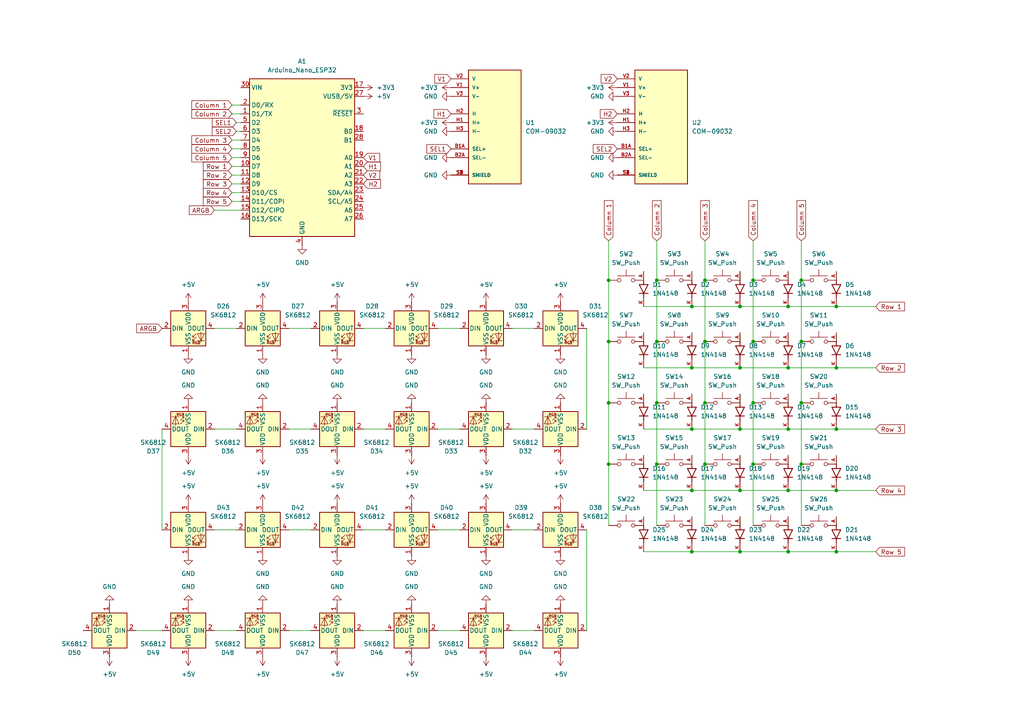
<source format=kicad_sch>
(kicad_sch (version 20250114) (generator "eeschema") (generator_version "9.0")
  (paper "A4")
  (junction (at 214.63 160.02))
  (junction (at 190.5 99.06))
  (junction (at 214.63 142.24))
  (junction (at 232.41 99.06))
  (junction (at 190.5 116.84))
  (junction (at 200.66 124.46))
  (junction (at 204.47 99.06))
  (junction (at 218.44 99.06))
  (junction (at 176.53 99.06))
  (junction (at 242.57 124.46))
  (junction (at 242.57 88.9))
  (junction (at 242.57 160.02))
  (junction (at 228.6 88.9))
  (junction (at 200.66 142.24))
  (junction (at 200.66 88.9))
  (junction (at 242.57 106.68))
  (junction (at 204.47 116.84))
  (junction (at 228.6 106.68))
  (junction (at 218.44 81.28))
  (junction (at 232.41 116.84))
  (junction (at 204.47 134.62))
  (junction (at 228.6 124.46))
  (junction (at 232.41 134.62))
  (junction (at 232.41 81.28))
  (junction (at 176.53 134.62))
  (junction (at 214.63 124.46))
  (junction (at 228.6 142.24))
  (junction (at 218.44 116.84))
  (junction (at 200.66 106.68))
  (junction (at 176.53 81.28))
  (junction (at 190.5 81.28))
  (junction (at 214.63 88.9))
  (junction (at 228.6 160.02))
  (junction (at 204.47 81.28))
  (junction (at 218.44 134.62))
  (junction (at 214.63 106.68))
  (junction (at 200.66 160.02))
  (junction (at 190.5 134.62))
  (junction (at 242.57 142.24))
  (junction (at 176.53 116.84))
  (wire (pts (xy 176.53 134.62) (xy 176.53 152.4)))
  (wire (pts (xy 204.47 69.85) (xy 204.47 81.28)))
  (wire (pts (xy 200.66 96.52) (xy 200.66 99.06)))
  (wire (pts (xy 190.5 69.85) (xy 190.5 81.28)))
  (wire (pts (xy 214.63 106.68) (xy 228.6 106.68)))
  (wire (pts (xy 105.41 182.88) (xy 111.76 182.88)))
  (wire (pts (xy 148.59 182.88) (xy 154.94 182.88)))
  (wire (pts (xy 67.31 58.42) (xy 69.85 58.42)))
  (wire (pts (xy 62.23 60.96) (xy 69.85 60.96)))
  (wire (pts (xy 200.66 142.24) (xy 214.63 142.24)))
  (wire (pts (xy 67.31 48.26) (xy 69.85 48.26)))
  (wire (pts (xy 186.69 78.74) (xy 186.69 81.28)))
  (wire (pts (xy 228.6 142.24) (xy 242.57 142.24)))
  (wire (pts (xy 170.18 95.25) (xy 170.18 124.46)))
  (wire (pts (xy 200.66 78.74) (xy 200.66 81.28)))
  (wire (pts (xy 186.69 132.08) (xy 186.69 134.62)))
  (wire (pts (xy 83.82 182.88) (xy 90.17 182.88)))
  (wire (pts (xy 190.5 81.28) (xy 190.5 99.06)))
  (wire (pts (xy 186.69 114.3) (xy 186.69 116.84)))
  (wire (pts (xy 200.66 124.46) (xy 214.63 124.46)))
  (wire (pts (xy 214.63 124.46) (xy 228.6 124.46)))
  (wire (pts (xy 242.57 124.46) (xy 254 124.46)))
  (wire (pts (xy 214.63 78.74) (xy 214.63 81.28)))
  (wire (pts (xy 186.69 124.46) (xy 200.66 124.46)))
  (wire (pts (xy 186.69 142.24) (xy 200.66 142.24)))
  (wire (pts (xy 214.63 132.08) (xy 214.63 134.62)))
  (wire (pts (xy 228.6 124.46) (xy 242.57 124.46)))
  (wire (pts (xy 218.44 69.85) (xy 218.44 81.28)))
  (wire (pts (xy 105.41 124.46) (xy 111.76 124.46)))
  (wire (pts (xy 242.57 160.02) (xy 254 160.02)))
  (wire (pts (xy 67.31 55.88) (xy 69.85 55.88)))
  (wire (pts (xy 186.69 106.68) (xy 200.66 106.68)))
  (wire (pts (xy 232.41 69.85) (xy 232.41 81.28)))
  (wire (pts (xy 242.57 114.3) (xy 242.57 116.84)))
  (wire (pts (xy 67.31 40.64) (xy 69.85 40.64)))
  (wire (pts (xy 200.66 106.68) (xy 214.63 106.68)))
  (wire (pts (xy 148.59 124.46) (xy 154.94 124.46)))
  (wire (pts (xy 67.31 30.48) (xy 69.85 30.48)))
  (wire (pts (xy 228.6 114.3) (xy 228.6 116.84)))
  (wire (pts (xy 90.17 153.67) (xy 83.82 153.67)))
  (wire (pts (xy 214.63 149.86) (xy 214.63 152.4)))
  (wire (pts (xy 127 182.88) (xy 133.35 182.88)))
  (wire (pts (xy 154.94 95.25) (xy 148.59 95.25)))
  (wire (pts (xy 176.53 81.28) (xy 176.53 99.06)))
  (wire (pts (xy 154.94 153.67) (xy 148.59 153.67)))
  (wire (pts (xy 204.47 116.84) (xy 204.47 134.62)))
  (wire (pts (xy 242.57 78.74) (xy 242.57 81.28)))
  (wire (pts (xy 186.69 160.02) (xy 200.66 160.02)))
  (wire (pts (xy 186.69 88.9) (xy 200.66 88.9)))
  (wire (pts (xy 67.31 33.02) (xy 69.85 33.02)))
  (wire (pts (xy 190.5 134.62) (xy 190.5 152.4)))
  (wire (pts (xy 200.66 114.3) (xy 200.66 116.84)))
  (wire (pts (xy 204.47 99.06) (xy 204.47 116.84)))
  (wire (pts (xy 228.6 106.68) (xy 242.57 106.68)))
  (wire (pts (xy 228.6 96.52) (xy 228.6 99.06)))
  (wire (pts (xy 232.41 81.28) (xy 232.41 99.06)))
  (wire (pts (xy 200.66 160.02) (xy 214.63 160.02)))
  (wire (pts (xy 176.53 69.85) (xy 176.53 81.28)))
  (wire (pts (xy 228.6 88.9) (xy 242.57 88.9)))
  (wire (pts (xy 170.18 153.67) (xy 170.18 182.88)))
  (wire (pts (xy 242.57 149.86) (xy 242.57 152.4)))
  (wire (pts (xy 133.35 95.25) (xy 127 95.25)))
  (wire (pts (xy 204.47 134.62) (xy 204.47 152.4)))
  (wire (pts (xy 190.5 99.06) (xy 190.5 116.84)))
  (wire (pts (xy 62.23 124.46) (xy 68.58 124.46)))
  (wire (pts (xy 218.44 116.84) (xy 218.44 134.62)))
  (wire (pts (xy 228.6 78.74) (xy 228.6 81.28)))
  (wire (pts (xy 228.6 160.02) (xy 242.57 160.02)))
  (wire (pts (xy 228.6 132.08) (xy 228.6 134.62)))
  (wire (pts (xy 83.82 124.46) (xy 90.17 124.46)))
  (wire (pts (xy 228.6 149.86) (xy 228.6 152.4)))
  (wire (pts (xy 200.66 149.86) (xy 200.66 152.4)))
  (wire (pts (xy 67.31 53.34) (xy 69.85 53.34)))
  (wire (pts (xy 127 124.46) (xy 133.35 124.46)))
  (wire (pts (xy 62.23 95.25) (xy 68.58 95.25)))
  (wire (pts (xy 200.66 132.08) (xy 200.66 134.62)))
  (wire (pts (xy 242.57 96.52) (xy 242.57 99.06)))
  (wire (pts (xy 218.44 99.06) (xy 218.44 116.84)))
  (wire (pts (xy 176.53 99.06) (xy 176.53 116.84)))
  (wire (pts (xy 68.58 35.56) (xy 69.85 35.56)))
  (wire (pts (xy 218.44 81.28) (xy 218.44 99.06)))
  (wire (pts (xy 242.57 106.68) (xy 254 106.68)))
  (wire (pts (xy 242.57 132.08) (xy 242.57 134.62)))
  (wire (pts (xy 214.63 96.52) (xy 214.63 99.06)))
  (wire (pts (xy 232.41 99.06) (xy 232.41 116.84)))
  (wire (pts (xy 242.57 142.24) (xy 254 142.24)))
  (wire (pts (xy 214.63 88.9) (xy 228.6 88.9)))
  (wire (pts (xy 39.37 182.88) (xy 46.99 182.88)))
  (wire (pts (xy 242.57 88.9) (xy 254 88.9)))
  (wire (pts (xy 68.58 38.1) (xy 69.85 38.1)))
  (wire (pts (xy 90.17 95.25) (xy 83.82 95.25)))
  (wire (pts (xy 68.58 153.67) (xy 62.23 153.67)))
  (wire (pts (xy 46.99 124.46) (xy 46.99 153.67)))
  (wire (pts (xy 186.69 149.86) (xy 186.69 152.4)))
  (wire (pts (xy 67.31 43.18) (xy 69.85 43.18)))
  (wire (pts (xy 62.23 182.88) (xy 68.58 182.88)))
  (wire (pts (xy 67.31 50.8) (xy 69.85 50.8)))
  (wire (pts (xy 190.5 116.84) (xy 190.5 134.62)))
  (wire (pts (xy 133.35 153.67) (xy 127 153.67)))
  (wire (pts (xy 232.41 134.62) (xy 232.41 152.4)))
  (wire (pts (xy 186.69 96.52) (xy 186.69 99.06)))
  (wire (pts (xy 214.63 114.3) (xy 214.63 116.84)))
  (wire (pts (xy 204.47 81.28) (xy 204.47 99.06)))
  (wire (pts (xy 67.31 45.72) (xy 69.85 45.72)))
  (wire (pts (xy 232.41 116.84) (xy 232.41 134.62)))
  (wire (pts (xy 111.76 153.67) (xy 105.41 153.67)))
  (wire (pts (xy 200.66 88.9) (xy 214.63 88.9)))
  (wire (pts (xy 214.63 142.24) (xy 228.6 142.24)))
  (wire (pts (xy 218.44 134.62) (xy 218.44 152.4)))
  (wire (pts (xy 176.53 116.84) (xy 176.53 134.62)))
  (wire (pts (xy 214.63 160.02) (xy 228.6 160.02)))
  (wire (pts (xy 111.76 95.25) (xy 105.41 95.25)))
  (global_label "Row 2" (shape input) (at 67.31 50.8 180) (property "Intersheetrefs" "${INTERSHEET_REFS}" (effects (hide yes))))
  (global_label "Column 5" (shape input) (at 232.41 69.85 90) (property "Intersheetrefs" "${INTERSHEET_REFS}" (effects (hide yes))))
  (global_label "Row 3" (shape input) (at 254 124.46 0) (property "Intersheetrefs" "${INTERSHEET_REFS}" (effects (hide yes))))
  (global_label "ARGB" (shape input) (at 62.23 60.96 180) (property "Intersheetrefs" "${INTERSHEET_REFS}" (effects (hide yes))))
  (global_label "Row 5" (shape input) (at 254 160.02 0) (property "Intersheetrefs" "${INTERSHEET_REFS}" (effects (hide yes))))
  (global_label "H1" (shape input) (at 105.41 48.26 0) (property "Intersheetrefs" "${INTERSHEET_REFS}" (effects (hide yes))))
  (global_label "Column 4" (shape input) (at 218.44 69.85 90) (property "Intersheetrefs" "${INTERSHEET_REFS}" (effects (hide yes))))
  (global_label "Column 3" (shape input) (at 67.31 40.64 180) (property "Intersheetrefs" "${INTERSHEET_REFS}" (effects (hide yes))))
  (global_label "Column 1" (shape input) (at 176.53 69.85 90) (property "Intersheetrefs" "${INTERSHEET_REFS}" (effects (hide yes))))
  (global_label "Row 5" (shape input) (at 67.31 58.42 180) (property "Intersheetrefs" "${INTERSHEET_REFS}" (effects (hide yes))))
  (global_label "Column 2" (shape input) (at 67.31 33.02 180) (property "Intersheetrefs" "${INTERSHEET_REFS}" (effects (hide yes))))
  (global_label "Row 2" (shape input) (at 254 106.68 0) (property "Intersheetrefs" "${INTERSHEET_REFS}" (effects (hide yes))))
  (global_label "V2" (shape input) (at 179.07 22.86 180) (property "Intersheetrefs" "${INTERSHEET_REFS}" (effects (hide yes))))
  (global_label "Column 2" (shape input) (at 190.5 69.85 90) (property "Intersheetrefs" "${INTERSHEET_REFS}" (effects (hide yes))))
  (global_label "Row 3" (shape input) (at 67.31 53.34 180) (property "Intersheetrefs" "${INTERSHEET_REFS}" (effects (hide yes))))
  (global_label "Row 1" (shape input) (at 254 88.9 0) (property "Intersheetrefs" "${INTERSHEET_REFS}" (effects (hide yes))))
  (global_label "Row 4" (shape input) (at 254 142.24 0) (property "Intersheetrefs" "${INTERSHEET_REFS}" (effects (hide yes))))
  (global_label "Row 1" (shape input) (at 67.31 48.26 180) (property "Intersheetrefs" "${INTERSHEET_REFS}" (effects (hide yes))))
  (global_label "Column 1" (shape input) (at 67.31 30.48 180) (property "Intersheetrefs" "${INTERSHEET_REFS}" (effects (hide yes))))
  (global_label "SEL2" (shape input) (at 68.58 38.1 180) (property "Intersheetrefs" "${INTERSHEET_REFS}" (effects (hide yes))))
  (global_label "SEL1" (shape input) (at 130.81 43.18 180) (property "Intersheetrefs" "${INTERSHEET_REFS}" (effects (hide yes))))
  (global_label "Column 4" (shape input) (at 67.31 43.18 180) (property "Intersheetrefs" "${INTERSHEET_REFS}" (effects (hide yes))))
  (global_label "V1" (shape input) (at 105.41 45.72 0) (property "Intersheetrefs" "${INTERSHEET_REFS}" (effects (hide yes))))
  (global_label "SEL2" (shape input) (at 179.07 43.18 180) (property "Intersheetrefs" "${INTERSHEET_REFS}" (effects (hide yes))))
  (global_label "Row 4" (shape input) (at 67.31 55.88 180) (property "Intersheetrefs" "${INTERSHEET_REFS}" (effects (hide yes))))
  (global_label "Column 5" (shape input) (at 67.31 45.72 180) (property "Intersheetrefs" "${INTERSHEET_REFS}" (effects (hide yes))))
  (global_label "H2" (shape input) (at 105.41 53.34 0) (property "Intersheetrefs" "${INTERSHEET_REFS}" (effects (hide yes))))
  (global_label "H1" (shape input) (at 130.81 33.02 180) (property "Intersheetrefs" "${INTERSHEET_REFS}" (effects (hide yes))))
  (global_label "Column 3" (shape input) (at 204.47 69.85 90) (property "Intersheetrefs" "${INTERSHEET_REFS}" (effects (hide yes))))
  (global_label "V2" (shape input) (at 105.41 50.8 0) (property "Intersheetrefs" "${INTERSHEET_REFS}" (effects (hide yes))))
  (global_label "V1" (shape input) (at 130.81 22.86 180) (property "Intersheetrefs" "${INTERSHEET_REFS}" (effects (hide yes))))
  (global_label "SEL1" (shape input) (at 68.58 35.56 180) (property "Intersheetrefs" "${INTERSHEET_REFS}" (effects (hide yes))))
  (global_label "ARGB" (shape input) (at 46.99 95.25 180) (property "Intersheetrefs" "${INTERSHEET_REFS}" (effects (hide yes))))
  (global_label "H2" (shape input) (at 179.07 33.02 180) (property "Intersheetrefs" "${INTERSHEET_REFS}" (effects (hide yes))))
  (symbol (lib_id "power:+5V") (at 162.56 87.63 0) (unit 1)
    (property "Reference" "#PWR029" (effects (hide yes)))
    (property "Value" "+5V" (at 162.56 82.55 0))
    (property "Description" "Power symbol creates a global label with name \"+5V\"" (effects (hide yes)))
  )
  (symbol (lib_id "power:+5V") (at 97.79 146.05 0) (unit 1)
    (property "Reference" "#PWR050" (effects (hide yes)))
    (property "Value" "+5V" (at 97.79 140.97 0))
    (property "Description" "Power symbol creates a global label with name \"+5V\"" (effects (hide yes)))
  )
  (symbol (lib_id "power:+5V") (at 119.38 146.05 0) (unit 1)
    (property "Reference" "#PWR048" (effects (hide yes)))
    (property "Value" "+5V" (at 119.38 140.97 0))
    (property "Description" "Power symbol creates a global label with name \"+5V\"" (effects (hide yes)))
  )
  (symbol (lib_id "LED:SK6812") (at 97.79 124.46 180) (unit 1)
    (property "Reference" "D35" (at 87.63 130.8802 0))
    (property "Value" "SK6812" (at 87.63 128.3402 0))
    (property "Footprint" "LED_SMD:LED_SK6812_PLCC4_5.0x5.0mm_P3.2mm" (effects (hide yes)))
    (property "Datasheet" "https://cdn-shop.adafruit.com/product-files/1138/SK6812+LED+datasheet+.pdf" (effects (hide yes)))
    (property "Description" "RGB LED with integrated controller" (effects (hide yes)))
  )
  (symbol (lib_id "Switch:SW_Push") (at 195.58 152.4 0) (unit 1)
    (property "Reference" "SW23" (at 195.58 144.78 0))
    (property "Value" "SW_Push" (at 195.58 147.32 0))
    (property "Footprint" "keebio:Kailh_MX_Socket-compat" (effects (hide yes)))
    (property "Description" "Push button switch, generic, two pins" (effects (hide yes)))
  )
  (symbol (lib_id "power:+5V") (at 97.79 87.63 0) (unit 1)
    (property "Reference" "#PWR023" (effects (hide yes)))
    (property "Value" "+5V" (at 97.79 82.55 0))
    (property "Description" "Power symbol creates a global label with name \"+5V\"" (effects (hide yes)))
  )
  (symbol (lib_id "Switch:SW_Push") (at 195.58 134.62 0) (unit 1)
    (property "Reference" "SW15" (at 195.58 127 0))
    (property "Value" "SW_Push" (at 195.58 129.54 0))
    (property "Footprint" "keebio:Kailh_MX_Socket-compat" (effects (hide yes)))
    (property "Description" "Push button switch, generic, two pins" (effects (hide yes)))
  )
  (symbol (lib_id "power:+5V") (at 140.97 146.05 0) (unit 1)
    (property "Reference" "#PWR046" (effects (hide yes)))
    (property "Value" "+5V" (at 140.97 140.97 0))
    (property "Description" "Power symbol creates a global label with name \"+5V\"" (effects (hide yes)))
  )
  (symbol (lib_id "power:+3V3") (at 130.81 35.56 90) (unit 1)
    (property "Reference" "#PWR07" (effects (hide yes)))
    (property "Value" "+3V3" (at 127 35.5599 90) (effects (justify left)))
    (property "Description" "Power symbol creates a global label with name \"+3V3\"" (effects (hide yes)))
  )
  (symbol (lib_id "power:GND") (at 130.81 27.94 270) (unit 1)
    (property "Reference" "#PWR05" (effects (hide yes)))
    (property "Value" "GND" (at 127 27.9399 90) (effects (justify right)))
    (property "Description" "Power symbol creates a global label with name \"GND\" , ground" (effects (hide yes)))
  )
  (symbol (lib_id "Switch:SW_Push") (at 195.58 81.28 0) (unit 1)
    (property "Reference" "SW3" (at 195.58 73.66 0))
    (property "Value" "SW_Push" (at 195.58 76.2 0))
    (property "Footprint" "keebio:Kailh_MX_Socket-compat" (effects (hide yes)))
    (property "Description" "Push button switch, generic, two pins" (effects (hide yes)))
  )
  (symbol (lib_id "power:GND") (at 54.61 102.87 0) (unit 1)
    (property "Reference" "#PWR021" (effects (hide yes)))
    (property "Value" "GND" (at 54.61 107.95 0))
    (property "Description" "Power symbol creates a global label with name \"GND\" , ground" (effects (hide yes)))
  )
  (symbol (lib_id "power:GND") (at 119.38 116.84 180) (unit 1)
    (property "Reference" "#PWR036" (effects (hide yes)))
    (property "Value" "GND" (at 119.38 111.76 0))
    (property "Description" "Power symbol creates a global label with name \"GND\" , ground" (effects (hide yes)))
  )
  (symbol (lib_id "Switch:SW_Push") (at 195.58 116.84 0) (unit 1)
    (property "Reference" "SW14" (at 195.58 109.22 0))
    (property "Value" "SW_Push" (at 195.58 111.76 0))
    (property "Footprint" "keebio:Kailh_MX_Socket-compat" (effects (hide yes)))
    (property "Description" "Push button switch, generic, two pins" (effects (hide yes)))
  )
  (symbol (lib_id "power:+5V") (at 76.2 146.05 0) (unit 1)
    (property "Reference" "#PWR052" (effects (hide yes)))
    (property "Value" "+5V" (at 76.2 140.97 0))
    (property "Description" "Power symbol creates a global label with name \"+5V\"" (effects (hide yes)))
  )
  (symbol (lib_id "LED:SK6812") (at 97.79 153.67 0) (unit 1)
    (property "Reference" "D41" (at 107.95 147.2498 0))
    (property "Value" "SK6812" (at 107.95 149.7898 0))
    (property "Footprint" "LED_SMD:LED_SK6812_PLCC4_5.0x5.0mm_P3.2mm" (effects (hide yes)))
    (property "Datasheet" "https://cdn-shop.adafruit.com/product-files/1138/SK6812+LED+datasheet+.pdf" (effects (hide yes)))
    (property "Description" "RGB LED with integrated controller" (effects (hide yes)))
  )
  (symbol (lib_id "power:GND") (at 162.56 116.84 180) (unit 1)
    (property "Reference" "#PWR032" (effects (hide yes)))
    (property "Value" "GND" (at 162.56 111.76 0))
    (property "Description" "Power symbol creates a global label with name \"GND\" , ground" (effects (hide yes)))
  )
  (symbol (lib_id "Switch:SW_Push") (at 181.61 81.28 0) (unit 1)
    (property "Reference" "SW2" (at 181.61 73.66 0))
    (property "Value" "SW_Push" (at 181.61 76.2 0))
    (property "Footprint" "keebio:Kailh_MX_Socket-compat" (effects (hide yes)))
    (property "Description" "Push button switch, generic, two pins" (effects (hide yes)))
  )
  (symbol (lib_id "LED:SK6812") (at 119.38 182.88 180) (unit 1)
    (property "Reference" "D46" (at 109.22 189.3002 0))
    (property "Value" "SK6812" (at 109.22 186.7602 0))
    (property "Footprint" "LED_SMD:LED_SK6812_PLCC4_5.0x5.0mm_P3.2mm" (effects (hide yes)))
    (property "Datasheet" "https://cdn-shop.adafruit.com/product-files/1138/SK6812+LED+datasheet+.pdf" (effects (hide yes)))
    (property "Description" "RGB LED with integrated controller" (effects (hide yes)))
  )
  (symbol (lib_id "1n4148:1N4148") (at 228.6 101.6 270) (unit 1)
    (property "Reference" "D7" (at 231.14 100.3299 90) (effects (justify left)))
    (property "Value" "1N4148" (at 231.14 102.8699 90) (effects (justify left)))
    (property "Footprint" "stno:DIOAD753W49L380D172B" (effects (hide yes)))
    (property "MF" "onsemi" (effects (hide yes)))
    (property "MAXIMUM_PACKAGE_HEIGHT" "1.91mm" (effects (hide yes)))
    (property "Package" "AXIAL LEAD-2 ON Semiconductor" (effects (hide yes)))
    (property "Price" "None" (effects (hide yes)))
    (property "Check_prices" "https://www.snapeda.com/parts/1N4148/Onsemi/view-part/?ref=eda" (effects (hide yes)))
    (property "STANDARD" "IPC-7351B" (effects (hide yes)))
    (property "PARTREV" "5" (effects (hide yes)))
    (property "SnapEDA_Link" "https://www.snapeda.com/parts/1N4148/Onsemi/view-part/?ref=snap" (effects (hide yes)))
    (property "MP" "1N4148" (effects (hide yes)))
    (property "Description_1" "Diode Standard 75V 200mA Surface Mount SOD-523F" (effects (hide yes)))
    (property "Availability" "In Stock" (effects (hide yes)))
    (property "MANUFACTURER" "Onsemi" (effects (hide yes)))
  )
  (symbol (lib_id "power:GND") (at 31.75 175.26 180) (unit 1)
    (property "Reference" "#PWR067" (effects (hide yes)))
    (property "Value" "GND" (at 31.75 170.18 0))
    (property "Description" "Power symbol creates a global label with name \"GND\" , ground" (effects (hide yes)))
  )
  (symbol (lib_id "power:+5V") (at 31.75 190.5 180) (unit 1)
    (property "Reference" "#PWR068" (effects (hide yes)))
    (property "Value" "+5V" (at 31.75 195.58 0))
    (property "Description" "Power symbol creates a global label with name \"+5V\"" (effects (hide yes)))
  )
  (symbol (lib_id "power:GND") (at 97.79 161.29 0) (unit 1)
    (property "Reference" "#PWR049" (effects (hide yes)))
    (property "Value" "GND" (at 97.79 166.37 0))
    (property "Description" "Power symbol creates a global label with name \"GND\" , ground" (effects (hide yes)))
  )
  (symbol (lib_id "Switch:SW_Push") (at 181.61 99.06 0) (unit 1)
    (property "Reference" "SW7" (at 181.61 91.44 0))
    (property "Value" "SW_Push" (at 181.61 93.98 0))
    (property "Footprint" "keebio:Kailh_MX_Socket-compat" (effects (hide yes)))
    (property "Description" "Push button switch, generic, two pins" (effects (hide yes)))
  )
  (symbol (lib_id "Switch:SW_Push") (at 209.55 134.62 0) (unit 1)
    (property "Reference" "SW17" (at 209.55 127 0))
    (property "Value" "SW_Push" (at 209.55 129.54 0))
    (property "Footprint" "keebio:Kailh_MX_Socket-compat" (effects (hide yes)))
    (property "Description" "Push button switch, generic, two pins" (effects (hide yes)))
  )
  (symbol (lib_id "1n4148:1N4148") (at 214.63 137.16 270) (unit 1)
    (property "Reference" "D18" (at 217.17 135.8899 90) (effects (justify left)))
    (property "Value" "1N4148" (at 217.17 138.4299 90) (effects (justify left)))
    (property "Footprint" "stno:DIOAD753W49L380D172B" (effects (hide yes)))
    (property "MF" "onsemi" (effects (hide yes)))
    (property "MAXIMUM_PACKAGE_HEIGHT" "1.91mm" (effects (hide yes)))
    (property "Package" "AXIAL LEAD-2 ON Semiconductor" (effects (hide yes)))
    (property "Price" "None" (effects (hide yes)))
    (property "Check_prices" "https://www.snapeda.com/parts/1N4148/Onsemi/view-part/?ref=eda" (effects (hide yes)))
    (property "STANDARD" "IPC-7351B" (effects (hide yes)))
    (property "PARTREV" "5" (effects (hide yes)))
    (property "SnapEDA_Link" "https://www.snapeda.com/parts/1N4148/Onsemi/view-part/?ref=snap" (effects (hide yes)))
    (property "MP" "1N4148" (effects (hide yes)))
    (property "Description_1" "Diode Standard 75V 200mA Surface Mount SOD-523F" (effects (hide yes)))
    (property "Availability" "In Stock" (effects (hide yes)))
    (property "MANUFACTURER" "Onsemi" (effects (hide yes)))
  )
  (symbol (lib_id "power:GND") (at 97.79 175.26 180) (unit 1)
    (property "Reference" "#PWR062" (effects (hide yes)))
    (property "Value" "GND" (at 97.79 170.18 0))
    (property "Description" "Power symbol creates a global label with name \"GND\" , ground" (effects (hide yes)))
  )
  (symbol (lib_id "Switch:SW_Push") (at 223.52 116.84 0) (unit 1)
    (property "Reference" "SW18" (at 223.52 109.22 0))
    (property "Value" "SW_Push" (at 223.52 111.76 0))
    (property "Footprint" "keebio:Kailh_MX_Socket-compat" (effects (hide yes)))
    (property "Description" "Push button switch, generic, two pins" (effects (hide yes)))
  )
  (symbol (lib_id "power:GND") (at 179.07 50.8 270) (unit 1)
    (property "Reference" "#PWR017" (effects (hide yes)))
    (property "Value" "GND" (at 175.26 50.7999 90) (effects (justify right)))
    (property "Description" "Power symbol creates a global label with name \"GND\" , ground" (effects (hide yes)))
  )
  (symbol (lib_id "power:GND") (at 130.81 45.72 270) (unit 1)
    (property "Reference" "#PWR010" (effects (hide yes)))
    (property "Value" "GND" (at 127 45.7199 90) (effects (justify right)))
    (property "Description" "Power symbol creates a global label with name \"GND\" , ground" (effects (hide yes)))
  )
  (symbol (lib_id "power:GND") (at 76.2 102.87 0) (unit 1)
    (property "Reference" "#PWR022" (effects (hide yes)))
    (property "Value" "GND" (at 76.2 107.95 0))
    (property "Description" "Power symbol creates a global label with name \"GND\" , ground" (effects (hide yes)))
  )
  (symbol (lib_id "LED:SK6812") (at 76.2 182.88 180) (unit 1)
    (property "Reference" "D48" (at 66.04 189.3002 0))
    (property "Value" "SK6812" (at 66.04 186.7602 0))
    (property "Footprint" "LED_SMD:LED_SK6812_PLCC4_5.0x5.0mm_P3.2mm" (effects (hide yes)))
    (property "Datasheet" "https://cdn-shop.adafruit.com/product-files/1138/SK6812+LED+datasheet+.pdf" (effects (hide yes)))
    (property "Description" "RGB LED with integrated controller" (effects (hide yes)))
  )
  (symbol (lib_id "power:GND") (at 87.63 71.12 0) (unit 1)
    (property "Reference" "#PWR01" (effects (hide yes)))
    (property "Value" "GND" (at 87.63 76.2 0))
    (property "Description" "Power symbol creates a global label with name \"GND\" , ground" (effects (hide yes)))
  )
  (symbol (lib_id "LED:SK6812") (at 76.2 95.25 0) (unit 1)
    (property "Reference" "D27" (at 86.36 88.8298 0))
    (property "Value" "SK6812" (at 86.36 91.3698 0))
    (property "Footprint" "LED_SMD:LED_SK6812_PLCC4_5.0x5.0mm_P3.2mm" (effects (hide yes)))
    (property "Datasheet" "https://cdn-shop.adafruit.com/product-files/1138/SK6812+LED+datasheet+.pdf" (effects (hide yes)))
    (property "Description" "RGB LED with integrated controller" (effects (hide yes)))
  )
  (symbol (lib_id "1n4148:1N4148") (at 200.66 137.16 270) (unit 1)
    (property "Reference" "D17" (at 203.2 135.8899 90) (effects (justify left)))
    (property "Value" "1N4148" (at 203.2 138.4299 90) (effects (justify left)))
    (property "Footprint" "stno:DIOAD753W49L380D172B" (effects (hide yes)))
    (property "MF" "onsemi" (effects (hide yes)))
    (property "MAXIMUM_PACKAGE_HEIGHT" "1.91mm" (effects (hide yes)))
    (property "Package" "AXIAL LEAD-2 ON Semiconductor" (effects (hide yes)))
    (property "Price" "None" (effects (hide yes)))
    (property "Check_prices" "https://www.snapeda.com/parts/1N4148/Onsemi/view-part/?ref=eda" (effects (hide yes)))
    (property "STANDARD" "IPC-7351B" (effects (hide yes)))
    (property "PARTREV" "5" (effects (hide yes)))
    (property "SnapEDA_Link" "https://www.snapeda.com/parts/1N4148/Onsemi/view-part/?ref=snap" (effects (hide yes)))
    (property "MP" "1N4148" (effects (hide yes)))
    (property "Description_1" "Diode Standard 75V 200mA Surface Mount SOD-523F" (effects (hide yes)))
    (property "Availability" "In Stock" (effects (hide yes)))
    (property "MANUFACTURER" "Onsemi" (effects (hide yes)))
  )
  (symbol (lib_id "Switch:SW_Push") (at 209.55 99.06 0) (unit 1)
    (property "Reference" "SW9" (at 209.55 91.44 0))
    (property "Value" "SW_Push" (at 209.55 93.98 0))
    (property "Footprint" "keebio:Kailh_MX_Socket-compat" (effects (hide yes)))
    (property "Description" "Push button switch, generic, two pins" (effects (hide yes)))
  )
  (symbol (lib_id "power:+5V") (at 54.61 146.05 0) (unit 1)
    (property "Reference" "#PWR054" (effects (hide yes)))
    (property "Value" "+5V" (at 54.61 140.97 0))
    (property "Description" "Power symbol creates a global label with name \"+5V\"" (effects (hide yes)))
  )
  (symbol (lib_id "Switch:SW_Push") (at 237.49 116.84 0) (unit 1)
    (property "Reference" "SW20" (at 237.49 109.22 0))
    (property "Value" "SW_Push" (at 237.49 111.76 0))
    (property "Footprint" "keebio:Kailh_MX_Socket-compat" (effects (hide yes)))
    (property "Description" "Push button switch, generic, two pins" (effects (hide yes)))
  )
  (symbol (lib_id "power:GND") (at 140.97 175.26 180) (unit 1)
    (property "Reference" "#PWR058" (effects (hide yes)))
    (property "Value" "GND" (at 140.97 170.18 0))
    (property "Description" "Power symbol creates a global label with name \"GND\" , ground" (effects (hide yes)))
  )
  (symbol (lib_id "power:+3V3") (at 179.07 25.4 90) (unit 1)
    (property "Reference" "#PWR012" (effects (hide yes)))
    (property "Value" "+3V3" (at 175.26 25.3999 90) (effects (justify left)))
    (property "Description" "Power symbol creates a global label with name \"+3V3\"" (effects (hide yes)))
  )
  (symbol (lib_id "power:GND") (at 179.07 27.94 270) (unit 1)
    (property "Reference" "#PWR013" (effects (hide yes)))
    (property "Value" "GND" (at 175.26 27.9399 90) (effects (justify right)))
    (property "Description" "Power symbol creates a global label with name \"GND\" , ground" (effects (hide yes)))
  )
  (symbol (lib_id "power:+5V") (at 54.61 87.63 0) (unit 1)
    (property "Reference" "#PWR020" (effects (hide yes)))
    (property "Value" "+5V" (at 54.61 82.55 0))
    (property "Description" "Power symbol creates a global label with name \"+5V\"" (effects (hide yes)))
  )
  (symbol (lib_id "1n4148:1N4148") (at 228.6 83.82 270) (unit 1)
    (property "Reference" "D4" (at 231.14 82.5499 90) (effects (justify left)))
    (property "Value" "1N4148" (at 231.14 85.0899 90) (effects (justify left)))
    (property "Footprint" "stno:DIOAD753W49L380D172B" (effects (hide yes)))
    (property "MF" "onsemi" (effects (hide yes)))
    (property "MAXIMUM_PACKAGE_HEIGHT" "1.91mm" (effects (hide yes)))
    (property "Package" "AXIAL LEAD-2 ON Semiconductor" (effects (hide yes)))
    (property "Price" "None" (effects (hide yes)))
    (property "Check_prices" "https://www.snapeda.com/parts/1N4148/Onsemi/view-part/?ref=eda" (effects (hide yes)))
    (property "STANDARD" "IPC-7351B" (effects (hide yes)))
    (property "PARTREV" "5" (effects (hide yes)))
    (property "SnapEDA_Link" "https://www.snapeda.com/parts/1N4148/Onsemi/view-part/?ref=snap" (effects (hide yes)))
    (property "MP" "1N4148" (effects (hide yes)))
    (property "Description_1" "Diode Standard 75V 200mA Surface Mount SOD-523F" (effects (hide yes)))
    (property "Availability" "In Stock" (effects (hide yes)))
    (property "MANUFACTURER" "Onsemi" (effects (hide yes)))
  )
  (symbol (lib_id "1n4148:1N4148") (at 214.63 83.82 270) (unit 1)
    (property "Reference" "D3" (at 217.17 82.5499 90) (effects (justify left)))
    (property "Value" "1N4148" (at 217.17 85.0899 90) (effects (justify left)))
    (property "Footprint" "stno:DIOAD753W49L380D172B" (effects (hide yes)))
    (property "MF" "onsemi" (effects (hide yes)))
    (property "MAXIMUM_PACKAGE_HEIGHT" "1.91mm" (effects (hide yes)))
    (property "Package" "AXIAL LEAD-2 ON Semiconductor" (effects (hide yes)))
    (property "Price" "None" (effects (hide yes)))
    (property "Check_prices" "https://www.snapeda.com/parts/1N4148/Onsemi/view-part/?ref=eda" (effects (hide yes)))
    (property "STANDARD" "IPC-7351B" (effects (hide yes)))
    (property "PARTREV" "5" (effects (hide yes)))
    (property "SnapEDA_Link" "https://www.snapeda.com/parts/1N4148/Onsemi/view-part/?ref=snap" (effects (hide yes)))
    (property "MP" "1N4148" (effects (hide yes)))
    (property "Description_1" "Diode Standard 75V 200mA Surface Mount SOD-523F" (effects (hide yes)))
    (property "Availability" "In Stock" (effects (hide yes)))
    (property "MANUFACTURER" "Onsemi" (effects (hide yes)))
  )
  (symbol (lib_id "power:+3V3") (at 130.81 25.4 90) (unit 1)
    (property "Reference" "#PWR08" (effects (hide yes)))
    (property "Value" "+3V3" (at 127 25.3999 90) (effects (justify left)))
    (property "Description" "Power symbol creates a global label with name \"+3V3\"" (effects (hide yes)))
  )
  (symbol (lib_id "Switch:SW_Push") (at 181.61 134.62 0) (unit 1)
    (property "Reference" "SW13" (at 181.61 127 0))
    (property "Value" "SW_Push" (at 181.61 129.54 0))
    (property "Footprint" "keebio:Kailh_MX_Socket-compat" (effects (hide yes)))
    (property "Description" "Push button switch, generic, two pins" (effects (hide yes)))
  )
  (symbol (lib_id "LED:SK6812") (at 140.97 124.46 180) (unit 1)
    (property "Reference" "D33" (at 130.81 130.8802 0))
    (property "Value" "SK6812" (at 130.81 128.3402 0))
    (property "Footprint" "LED_SMD:LED_SK6812_PLCC4_5.0x5.0mm_P3.2mm" (effects (hide yes)))
    (property "Datasheet" "https://cdn-shop.adafruit.com/product-files/1138/SK6812+LED+datasheet+.pdf" (effects (hide yes)))
    (property "Description" "RGB LED with integrated controller" (effects (hide yes)))
  )
  (symbol (lib_id "Switch:SW_Push") (at 223.52 81.28 0) (unit 1)
    (property "Reference" "SW5" (at 223.52 73.66 0))
    (property "Value" "SW_Push" (at 223.52 76.2 0))
    (property "Footprint" "keebio:Kailh_MX_Socket-compat" (effects (hide yes)))
    (property "Description" "Push button switch, generic, two pins" (effects (hide yes)))
  )
  (symbol (lib_id "1n4148:1N4148") (at 186.69 83.82 270) (unit 1)
    (property "Reference" "D1" (at 189.23 82.5499 90) (effects (justify left)))
    (property "Value" "1N4148" (at 189.23 85.0899 90) (effects (justify left)))
    (property "Footprint" "stno:DIOAD753W49L380D172B" (effects (hide yes)))
    (property "MF" "onsemi" (effects (hide yes)))
    (property "MAXIMUM_PACKAGE_HEIGHT" "1.91mm" (effects (hide yes)))
    (property "Package" "AXIAL LEAD-2 ON Semiconductor" (effects (hide yes)))
    (property "Price" "None" (effects (hide yes)))
    (property "Check_prices" "https://www.snapeda.com/parts/1N4148/Onsemi/view-part/?ref=eda" (effects (hide yes)))
    (property "STANDARD" "IPC-7351B" (effects (hide yes)))
    (property "PARTREV" "5" (effects (hide yes)))
    (property "SnapEDA_Link" "https://www.snapeda.com/parts/1N4148/Onsemi/view-part/?ref=snap" (effects (hide yes)))
    (property "MP" "1N4148" (effects (hide yes)))
    (property "Description_1" "Diode Standard 75V 200mA Surface Mount SOD-523F" (effects (hide yes)))
    (property "Availability" "In Stock" (effects (hide yes)))
    (property "MANUFACTURER" "Onsemi" (effects (hide yes)))
  )
  (symbol (lib_id "1n4148:1N4148") (at 228.6 137.16 270) (unit 1)
    (property "Reference" "D19" (at 231.14 135.8899 90) (effects (justify left)))
    (property "Value" "1N4148" (at 231.14 138.4299 90) (effects (justify left)))
    (property "Footprint" "stno:DIOAD753W49L380D172B" (effects (hide yes)))
    (property "MF" "onsemi" (effects (hide yes)))
    (property "MAXIMUM_PACKAGE_HEIGHT" "1.91mm" (effects (hide yes)))
    (property "Package" "AXIAL LEAD-2 ON Semiconductor" (effects (hide yes)))
    (property "Price" "None" (effects (hide yes)))
    (property "Check_prices" "https://www.snapeda.com/parts/1N4148/Onsemi/view-part/?ref=eda" (effects (hide yes)))
    (property "STANDARD" "IPC-7351B" (effects (hide yes)))
    (property "PARTREV" "5" (effects (hide yes)))
    (property "SnapEDA_Link" "https://www.snapeda.com/parts/1N4148/Onsemi/view-part/?ref=snap" (effects (hide yes)))
    (property "MP" "1N4148" (effects (hide yes)))
    (property "Description_1" "Diode Standard 75V 200mA Surface Mount SOD-523F" (effects (hide yes)))
    (property "Availability" "In Stock" (effects (hide yes)))
    (property "MANUFACTURER" "Onsemi" (effects (hide yes)))
  )
  (symbol (lib_id "1n4148:1N4148") (at 242.57 83.82 270) (unit 1)
    (property "Reference" "D5" (at 245.11 82.5499 90) (effects (justify left)))
    (property "Value" "1N4148" (at 245.11 85.0899 90) (effects (justify left)))
    (property "Footprint" "stno:DIOAD753W49L380D172B" (effects (hide yes)))
    (property "MF" "onsemi" (effects (hide yes)))
    (property "MAXIMUM_PACKAGE_HEIGHT" "1.91mm" (effects (hide yes)))
    (property "Package" "AXIAL LEAD-2 ON Semiconductor" (effects (hide yes)))
    (property "Price" "None" (effects (hide yes)))
    (property "Check_prices" "https://www.snapeda.com/parts/1N4148/Onsemi/view-part/?ref=eda" (effects (hide yes)))
    (property "STANDARD" "IPC-7351B" (effects (hide yes)))
    (property "PARTREV" "5" (effects (hide yes)))
    (property "SnapEDA_Link" "https://www.snapeda.com/parts/1N4148/Onsemi/view-part/?ref=snap" (effects (hide yes)))
    (property "MP" "1N4148" (effects (hide yes)))
    (property "Description_1" "Diode Standard 75V 200mA Surface Mount SOD-523F" (effects (hide yes)))
    (property "Availability" "In Stock" (effects (hide yes)))
    (property "MANUFACTURER" "Onsemi" (effects (hide yes)))
  )
  (symbol (lib_id "1n4148:1N4148") (at 214.63 154.94 270) (unit 1)
    (property "Reference" "D23" (at 217.17 153.6699 90) (effects (justify left)))
    (property "Value" "1N4148" (at 217.17 156.2099 90) (effects (justify left)))
    (property "Footprint" "stno:DIOAD753W49L380D172B" (effects (hide yes)))
    (property "MF" "onsemi" (effects (hide yes)))
    (property "MAXIMUM_PACKAGE_HEIGHT" "1.91mm" (effects (hide yes)))
    (property "Package" "AXIAL LEAD-2 ON Semiconductor" (effects (hide yes)))
    (property "Price" "None" (effects (hide yes)))
    (property "Check_prices" "https://www.snapeda.com/parts/1N4148/Onsemi/view-part/?ref=eda" (effects (hide yes)))
    (property "STANDARD" "IPC-7351B" (effects (hide yes)))
    (property "PARTREV" "5" (effects (hide yes)))
    (property "SnapEDA_Link" "https://www.snapeda.com/parts/1N4148/Onsemi/view-part/?ref=snap" (effects (hide yes)))
    (property "MP" "1N4148" (effects (hide yes)))
    (property "Description_1" "Diode Standard 75V 200mA Surface Mount SOD-523F" (effects (hide yes)))
    (property "Availability" "In Stock" (effects (hide yes)))
    (property "MANUFACTURER" "Onsemi" (effects (hide yes)))
  )
  (symbol (lib_id "LED:SK6812") (at 140.97 95.25 0) (unit 1)
    (property "Reference" "D30" (at 151.13 88.8298 0))
    (property "Value" "SK6812" (at 151.13 91.3698 0))
    (property "Footprint" "LED_SMD:LED_SK6812_PLCC4_5.0x5.0mm_P3.2mm" (effects (hide yes)))
    (property "Datasheet" "https://cdn-shop.adafruit.com/product-files/1138/SK6812+LED+datasheet+.pdf" (effects (hide yes)))
    (property "Description" "RGB LED with integrated controller" (effects (hide yes)))
  )
  (symbol (lib_id "LED:SK6812") (at 54.61 182.88 180) (unit 1)
    (property "Reference" "D49" (at 44.45 189.3002 0))
    (property "Value" "SK6812" (at 44.45 186.7602 0))
    (property "Footprint" "LED_SMD:LED_SK6812_PLCC4_5.0x5.0mm_P3.2mm" (effects (hide yes)))
    (property "Datasheet" "https://cdn-shop.adafruit.com/product-files/1138/SK6812+LED+datasheet+.pdf" (effects (hide yes)))
    (property "Description" "RGB LED with integrated controller" (effects (hide yes)))
  )
  (symbol (lib_id "power:GND") (at 130.81 50.8 270) (unit 1)
    (property "Reference" "#PWR011" (effects (hide yes)))
    (property "Value" "GND" (at 127 50.7999 90) (effects (justify right)))
    (property "Description" "Power symbol creates a global label with name \"GND\" , ground" (effects (hide yes)))
  )
  (symbol (lib_id "power:+5V") (at 119.38 87.63 0) (unit 1)
    (property "Reference" "#PWR025" (effects (hide yes)))
    (property "Value" "+5V" (at 119.38 82.55 0))
    (property "Description" "Power symbol creates a global label with name \"+5V\"" (effects (hide yes)))
  )
  (symbol (lib_id "1n4148:1N4148") (at 200.66 154.94 270) (unit 1)
    (property "Reference" "D24" (at 203.2 153.6699 90) (effects (justify left)))
    (property "Value" "1N4148" (at 203.2 156.2099 90) (effects (justify left)))
    (property "Footprint" "stno:DIOAD753W49L380D172B" (effects (hide yes)))
    (property "MF" "onsemi" (effects (hide yes)))
    (property "MAXIMUM_PACKAGE_HEIGHT" "1.91mm" (effects (hide yes)))
    (property "Package" "AXIAL LEAD-2 ON Semiconductor" (effects (hide yes)))
    (property "Price" "None" (effects (hide yes)))
    (property "Check_prices" "https://www.snapeda.com/parts/1N4148/Onsemi/view-part/?ref=eda" (effects (hide yes)))
    (property "STANDARD" "IPC-7351B" (effects (hide yes)))
    (property "PARTREV" "5" (effects (hide yes)))
    (property "SnapEDA_Link" "https://www.snapeda.com/parts/1N4148/Onsemi/view-part/?ref=snap" (effects (hide yes)))
    (property "MP" "1N4148" (effects (hide yes)))
    (property "Description_1" "Diode Standard 75V 200mA Surface Mount SOD-523F" (effects (hide yes)))
    (property "Availability" "In Stock" (effects (hide yes)))
    (property "MANUFACTURER" "Onsemi" (effects (hide yes)))
  )
  (symbol (lib_id "LED:SK6812") (at 162.56 95.25 0) (unit 1)
    (property "Reference" "D31" (at 172.72 88.8298 0))
    (property "Value" "SK6812" (at 172.72 91.3698 0))
    (property "Footprint" "LED_SMD:LED_SK6812_PLCC4_5.0x5.0mm_P3.2mm" (effects (hide yes)))
    (property "Datasheet" "https://cdn-shop.adafruit.com/product-files/1138/SK6812+LED+datasheet+.pdf" (effects (hide yes)))
    (property "Description" "RGB LED with integrated controller" (effects (hide yes)))
  )
  (symbol (lib_id "LED:SK6812") (at 76.2 124.46 180) (unit 1)
    (property "Reference" "D36" (at 66.04 130.8802 0))
    (property "Value" "SK6812" (at 66.04 128.3402 0))
    (property "Footprint" "LED_SMD:LED_SK6812_PLCC4_5.0x5.0mm_P3.2mm" (effects (hide yes)))
    (property "Datasheet" "https://cdn-shop.adafruit.com/product-files/1138/SK6812+LED+datasheet+.pdf" (effects (hide yes)))
    (property "Description" "RGB LED with integrated controller" (effects (hide yes)))
  )
  (symbol (lib_id "Switch:SW_Push") (at 237.49 152.4 0) (unit 1)
    (property "Reference" "SW26" (at 237.49 144.78 0))
    (property "Value" "SW_Push" (at 237.49 147.32 0))
    (property "Footprint" "keebio:Kailh_MX_Socket-compat" (effects (hide yes)))
    (property "Description" "Push button switch, generic, two pins" (effects (hide yes)))
  )
  (symbol (lib_id "power:+5V") (at 140.97 132.08 180) (unit 1)
    (property "Reference" "#PWR033" (effects (hide yes)))
    (property "Value" "+5V" (at 140.97 137.16 0))
    (property "Description" "Power symbol creates a global label with name \"+5V\"" (effects (hide yes)))
  )
  (symbol (lib_id "power:GND") (at 54.61 175.26 180) (unit 1)
    (property "Reference" "#PWR066" (effects (hide yes)))
    (property "Value" "GND" (at 54.61 170.18 0))
    (property "Description" "Power symbol creates a global label with name \"GND\" , ground" (effects (hide yes)))
  )
  (symbol (lib_id "1n4148:1N4148") (at 242.57 137.16 270) (unit 1)
    (property "Reference" "D20" (at 245.11 135.8899 90) (effects (justify left)))
    (property "Value" "1N4148" (at 245.11 138.4299 90) (effects (justify left)))
    (property "Footprint" "stno:DIOAD753W49L380D172B" (effects (hide yes)))
    (property "MF" "onsemi" (effects (hide yes)))
    (property "MAXIMUM_PACKAGE_HEIGHT" "1.91mm" (effects (hide yes)))
    (property "Package" "AXIAL LEAD-2 ON Semiconductor" (effects (hide yes)))
    (property "Price" "None" (effects (hide yes)))
    (property "Check_prices" "https://www.snapeda.com/parts/1N4148/Onsemi/view-part/?ref=eda" (effects (hide yes)))
    (property "STANDARD" "IPC-7351B" (effects (hide yes)))
    (property "PARTREV" "5" (effects (hide yes)))
    (property "SnapEDA_Link" "https://www.snapeda.com/parts/1N4148/Onsemi/view-part/?ref=snap" (effects (hide yes)))
    (property "MP" "1N4148" (effects (hide yes)))
    (property "Description_1" "Diode Standard 75V 200mA Surface Mount SOD-523F" (effects (hide yes)))
    (property "Availability" "In Stock" (effects (hide yes)))
    (property "MANUFACTURER" "Onsemi" (effects (hide yes)))
  )
  (symbol (lib_id "Switch:SW_Push") (at 181.61 152.4 0) (unit 1)
    (property "Reference" "SW22" (at 181.61 144.78 0))
    (property "Value" "SW_Push" (at 181.61 147.32 0))
    (property "Footprint" "keebio:Kailh_MX_Socket-compat" (effects (hide yes)))
    (property "Description" "Push button switch, generic, two pins" (effects (hide yes)))
  )
  (symbol (lib_id "power:+5V") (at 162.56 146.05 0) (unit 1)
    (property "Reference" "#PWR044" (effects (hide yes)))
    (property "Value" "+5V" (at 162.56 140.97 0))
    (property "Description" "Power symbol creates a global label with name \"+5V\"" (effects (hide yes)))
  )
  (symbol (lib_id "power:GND") (at 140.97 102.87 0) (unit 1)
    (property "Reference" "#PWR028" (effects (hide yes)))
    (property "Value" "GND" (at 140.97 107.95 0))
    (property "Description" "Power symbol creates a global label with name \"GND\" , ground" (effects (hide yes)))
  )
  (symbol (lib_id "stno:COM-09032") (at 143.51 35.56 0) (unit 1)
    (property "Reference" "U1" (at 152.4 35.5599 0) (effects (justify left)))
    (property "Value" "COM-09032" (at 152.4 38.0999 0) (effects (justify left)))
    (property "Footprint" "stno:XDCR_COM-09032" (effects (hide yes)))
    (property "MF" "SparkFun Electronics" (effects (hide yes)))
    (property "MAXIMUM_PACKAGE_HEIGHT" "30.1mm" (effects (hide yes)))
    (property "Package" "Package" (effects (hide yes)))
    (property "Price" "None" (effects (hide yes)))
    (property "Check_prices" "https://www.snapeda.com/parts/COM-09032/SparkFun/view-part/?ref=eda" (effects (hide yes)))
    (property "STANDARD" "Manufacturer Recommendations" (effects (hide yes)))
    (property "PARTREV" "N/A" (effects (hide yes)))
    (property "SnapEDA_Link" "https://www.snapeda.com/parts/COM-09032/SparkFun/view-part/?ref=snap" (effects (hide yes)))
    (property "MP" "COM-09032" (effects (hide yes)))
    (property "Description_1" "Joystick, 2 - Axis Analog (Resistive) Output" (effects (hide yes)))
    (property "Availability" "In Stock" (effects (hide yes)))
    (property "MANUFACTURER" "SparkFun Electronics" (effects (hide yes)))
  )
  (symbol (lib_id "1n4148:1N4148") (at 214.63 119.38 270) (unit 1)
    (property "Reference" "D13" (at 217.17 118.1099 90) (effects (justify left)))
    (property "Value" "1N4148" (at 217.17 120.6499 90) (effects (justify left)))
    (property "Footprint" "stno:DIOAD753W49L380D172B" (effects (hide yes)))
    (property "MF" "onsemi" (effects (hide yes)))
    (property "MAXIMUM_PACKAGE_HEIGHT" "1.91mm" (effects (hide yes)))
    (property "Package" "AXIAL LEAD-2 ON Semiconductor" (effects (hide yes)))
    (property "Price" "None" (effects (hide yes)))
    (property "Check_prices" "https://www.snapeda.com/parts/1N4148/Onsemi/view-part/?ref=eda" (effects (hide yes)))
    (property "STANDARD" "IPC-7351B" (effects (hide yes)))
    (property "PARTREV" "5" (effects (hide yes)))
    (property "SnapEDA_Link" "https://www.snapeda.com/parts/1N4148/Onsemi/view-part/?ref=snap" (effects (hide yes)))
    (property "MP" "1N4148" (effects (hide yes)))
    (property "Description_1" "Diode Standard 75V 200mA Surface Mount SOD-523F" (effects (hide yes)))
    (property "Availability" "In Stock" (effects (hide yes)))
    (property "MANUFACTURER" "Onsemi" (effects (hide yes)))
  )
  (symbol (lib_id "power:+5V") (at 54.61 190.5 180) (unit 1)
    (property "Reference" "#PWR065" (effects (hide yes)))
    (property "Value" "+5V" (at 54.61 195.58 0))
    (property "Description" "Power symbol creates a global label with name \"+5V\"" (effects (hide yes)))
  )
  (symbol (lib_id "power:+5V") (at 97.79 132.08 180) (unit 1)
    (property "Reference" "#PWR037" (effects (hide yes)))
    (property "Value" "+5V" (at 97.79 137.16 0))
    (property "Description" "Power symbol creates a global label with name \"+5V\"" (effects (hide yes)))
  )
  (symbol (lib_id "LED:SK6812") (at 54.61 95.25 0) (unit 1)
    (property "Reference" "D26" (at 64.77 88.8298 0))
    (property "Value" "SK6812" (at 64.77 91.3698 0))
    (property "Footprint" "LED_SMD:LED_SK6812_PLCC4_5.0x5.0mm_P3.2mm" (effects (hide yes)))
    (property "Datasheet" "https://cdn-shop.adafruit.com/product-files/1138/SK6812+LED+datasheet+.pdf" (effects (hide yes)))
    (property "Description" "RGB LED with integrated controller" (effects (hide yes)))
  )
  (symbol (lib_id "LED:SK6812") (at 140.97 153.67 0) (unit 1)
    (property "Reference" "D39" (at 151.13 147.2498 0))
    (property "Value" "SK6812" (at 151.13 149.7898 0))
    (property "Footprint" "LED_SMD:LED_SK6812_PLCC4_5.0x5.0mm_P3.2mm" (effects (hide yes)))
    (property "Datasheet" "https://cdn-shop.adafruit.com/product-files/1138/SK6812+LED+datasheet+.pdf" (effects (hide yes)))
    (property "Description" "RGB LED with integrated controller" (effects (hide yes)))
  )
  (symbol (lib_id "Switch:SW_Push") (at 237.49 99.06 0) (unit 1)
    (property "Reference" "SW11" (at 237.49 91.44 0))
    (property "Value" "SW_Push" (at 237.49 93.98 0))
    (property "Footprint" "keebio:Kailh_MX_Socket-compat" (effects (hide yes)))
    (property "Description" "Push button switch, generic, two pins" (effects (hide yes)))
  )
  (symbol (lib_id "Switch:SW_Push") (at 181.61 116.84 0) (unit 1)
    (property "Reference" "SW12" (at 181.61 109.22 0))
    (property "Value" "SW_Push" (at 181.61 111.76 0))
    (property "Footprint" "keebio:Kailh_MX_Socket-compat" (effects (hide yes)))
    (property "Description" "Push button switch, generic, two pins" (effects (hide yes)))
  )
  (symbol (lib_id "power:GND") (at 119.38 161.29 0) (unit 1)
    (property "Reference" "#PWR047" (effects (hide yes)))
    (property "Value" "GND" (at 119.38 166.37 0))
    (property "Description" "Power symbol creates a global label with name \"GND\" , ground" (effects (hide yes)))
  )
  (symbol (lib_id "power:+5V") (at 162.56 190.5 180) (unit 1)
    (property "Reference" "#PWR055" (effects (hide yes)))
    (property "Value" "+5V" (at 162.56 195.58 0))
    (property "Description" "Power symbol creates a global label with name \"+5V\"" (effects (hide yes)))
  )
  (symbol (lib_id "LED:SK6812") (at 140.97 182.88 180) (unit 1)
    (property "Reference" "D45" (at 130.81 189.3002 0))
    (property "Value" "SK6812" (at 130.81 186.7602 0))
    (property "Footprint" "LED_SMD:LED_SK6812_PLCC4_5.0x5.0mm_P3.2mm" (effects (hide yes)))
    (property "Datasheet" "https://cdn-shop.adafruit.com/product-files/1138/SK6812+LED+datasheet+.pdf" (effects (hide yes)))
    (property "Description" "RGB LED with integrated controller" (effects (hide yes)))
  )
  (symbol (lib_id "power:GND") (at 130.81 38.1 270) (unit 1)
    (property "Reference" "#PWR06" (effects (hide yes)))
    (property "Value" "GND" (at 127 38.0999 90) (effects (justify right)))
    (property "Description" "Power symbol creates a global label with name \"GND\" , ground" (effects (hide yes)))
  )
  (symbol (lib_id "power:+5V") (at 119.38 132.08 180) (unit 1)
    (property "Reference" "#PWR035" (effects (hide yes)))
    (property "Value" "+5V" (at 119.38 137.16 0))
    (property "Description" "Power symbol creates a global label with name \"+5V\"" (effects (hide yes)))
  )
  (symbol (lib_id "power:GND") (at 162.56 102.87 0) (unit 1)
    (property "Reference" "#PWR030" (effects (hide yes)))
    (property "Value" "GND" (at 162.56 107.95 0))
    (property "Description" "Power symbol creates a global label with name \"GND\" , ground" (effects (hide yes)))
  )
  (symbol (lib_id "LED:SK6812") (at 31.75 182.88 180) (unit 1)
    (property "Reference" "D50" (at 21.59 189.3002 0))
    (property "Value" "SK6812" (at 21.59 186.7602 0))
    (property "Footprint" "LED_SMD:LED_SK6812_PLCC4_5.0x5.0mm_P3.2mm" (effects (hide yes)))
    (property "Datasheet" "https://cdn-shop.adafruit.com/product-files/1138/SK6812+LED+datasheet+.pdf" (effects (hide yes)))
    (property "Description" "RGB LED with integrated controller" (effects (hide yes)))
  )
  (symbol (lib_id "1n4148:1N4148") (at 242.57 119.38 270) (unit 1)
    (property "Reference" "D15" (at 245.11 118.1099 90) (effects (justify left)))
    (property "Value" "1N4148" (at 245.11 120.6499 90) (effects (justify left)))
    (property "Footprint" "stno:DIOAD753W49L380D172B" (effects (hide yes)))
    (property "MF" "onsemi" (effects (hide yes)))
    (property "MAXIMUM_PACKAGE_HEIGHT" "1.91mm" (effects (hide yes)))
    (property "Package" "AXIAL LEAD-2 ON Semiconductor" (effects (hide yes)))
    (property "Price" "None" (effects (hide yes)))
    (property "Check_prices" "https://www.snapeda.com/parts/1N4148/Onsemi/view-part/?ref=eda" (effects (hide yes)))
    (property "STANDARD" "IPC-7351B" (effects (hide yes)))
    (property "PARTREV" "5" (effects (hide yes)))
    (property "SnapEDA_Link" "https://www.snapeda.com/parts/1N4148/Onsemi/view-part/?ref=snap" (effects (hide yes)))
    (property "MP" "1N4148" (effects (hide yes)))
    (property "Description_1" "Diode Standard 75V 200mA Surface Mount SOD-523F" (effects (hide yes)))
    (property "Availability" "In Stock" (effects (hide yes)))
    (property "MANUFACTURER" "Onsemi" (effects (hide yes)))
  )
  (symbol (lib_id "power:+3V3") (at 179.07 35.56 90) (unit 1)
    (property "Reference" "#PWR014" (effects (hide yes)))
    (property "Value" "+3V3" (at 175.26 35.5599 90) (effects (justify left)))
    (property "Description" "Power symbol creates a global label with name \"+3V3\"" (effects (hide yes)))
  )
  (symbol (lib_id "1n4148:1N4148") (at 200.66 83.82 270) (unit 1)
    (property "Reference" "D2" (at 203.2 82.5499 90) (effects (justify left)))
    (property "Value" "1N4148" (at 203.2 85.0899 90) (effects (justify left)))
    (property "Footprint" "stno:DIOAD753W49L380D172B" (effects (hide yes)))
    (property "MF" "onsemi" (effects (hide yes)))
    (property "MAXIMUM_PACKAGE_HEIGHT" "1.91mm" (effects (hide yes)))
    (property "Package" "AXIAL LEAD-2 ON Semiconductor" (effects (hide yes)))
    (property "Price" "None" (effects (hide yes)))
    (property "Check_prices" "https://www.snapeda.com/parts/1N4148/Onsemi/view-part/?ref=eda" (effects (hide yes)))
    (property "STANDARD" "IPC-7351B" (effects (hide yes)))
    (property "PARTREV" "5" (effects (hide yes)))
    (property "SnapEDA_Link" "https://www.snapeda.com/parts/1N4148/Onsemi/view-part/?ref=snap" (effects (hide yes)))
    (property "MP" "1N4148" (effects (hide yes)))
    (property "Description_1" "Diode Standard 75V 200mA Surface Mount SOD-523F" (effects (hide yes)))
    (property "Availability" "In Stock" (effects (hide yes)))
    (property "MANUFACTURER" "Onsemi" (effects (hide yes)))
  )
  (symbol (lib_id "LED:SK6812") (at 119.38 124.46 180) (unit 1)
    (property "Reference" "D34" (at 109.22 130.8802 0))
    (property "Value" "SK6812" (at 109.22 128.3402 0))
    (property "Footprint" "LED_SMD:LED_SK6812_PLCC4_5.0x5.0mm_P3.2mm" (effects (hide yes)))
    (property "Datasheet" "https://cdn-shop.adafruit.com/product-files/1138/SK6812+LED+datasheet+.pdf" (effects (hide yes)))
    (property "Description" "RGB LED with integrated controller" (effects (hide yes)))
  )
  (symbol (lib_id "1n4148:1N4148") (at 200.66 119.38 270) (unit 1)
    (property "Reference" "D12" (at 203.2 118.1099 90) (effects (justify left)))
    (property "Value" "1N4148" (at 203.2 120.6499 90) (effects (justify left)))
    (property "Footprint" "stno:DIOAD753W49L380D172B" (effects (hide yes)))
    (property "MF" "onsemi" (effects (hide yes)))
    (property "MAXIMUM_PACKAGE_HEIGHT" "1.91mm" (effects (hide yes)))
    (property "Package" "AXIAL LEAD-2 ON Semiconductor" (effects (hide yes)))
    (property "Price" "None" (effects (hide yes)))
    (property "Check_prices" "https://www.snapeda.com/parts/1N4148/Onsemi/view-part/?ref=eda" (effects (hide yes)))
    (property "STANDARD" "IPC-7351B" (effects (hide yes)))
    (property "PARTREV" "5" (effects (hide yes)))
    (property "SnapEDA_Link" "https://www.snapeda.com/parts/1N4148/Onsemi/view-part/?ref=snap" (effects (hide yes)))
    (property "MP" "1N4148" (effects (hide yes)))
    (property "Description_1" "Diode Standard 75V 200mA Surface Mount SOD-523F" (effects (hide yes)))
    (property "Availability" "In Stock" (effects (hide yes)))
    (property "MANUFACTURER" "Onsemi" (effects (hide yes)))
  )
  (symbol (lib_id "1n4148:1N4148") (at 186.69 154.94 270) (unit 1)
    (property "Reference" "D25" (at 189.23 153.6699 90) (effects (justify left)))
    (property "Value" "1N4148" (at 189.23 156.2099 90) (effects (justify left)))
    (property "Footprint" "stno:DIOAD753W49L380D172B" (effects (hide yes)))
    (property "MF" "onsemi" (effects (hide yes)))
    (property "MAXIMUM_PACKAGE_HEIGHT" "1.91mm" (effects (hide yes)))
    (property "Package" "AXIAL LEAD-2 ON Semiconductor" (effects (hide yes)))
    (property "Price" "None" (effects (hide yes)))
    (property "Check_prices" "https://www.snapeda.com/parts/1N4148/Onsemi/view-part/?ref=eda" (effects (hide yes)))
    (property "STANDARD" "IPC-7351B" (effects (hide yes)))
    (property "PARTREV" "5" (effects (hide yes)))
    (property "SnapEDA_Link" "https://www.snapeda.com/parts/1N4148/Onsemi/view-part/?ref=snap" (effects (hide yes)))
    (property "MP" "1N4148" (effects (hide yes)))
    (property "Description_1" "Diode Standard 75V 200mA Surface Mount SOD-523F" (effects (hide yes)))
    (property "Availability" "In Stock" (effects (hide yes)))
    (property "MANUFACTURER" "Onsemi" (effects (hide yes)))
  )
  (symbol (lib_id "1n4148:1N4148") (at 186.69 101.6 270) (unit 1)
    (property "Reference" "D10" (at 189.23 100.3299 90) (effects (justify left)))
    (property "Value" "1N4148" (at 189.23 102.8699 90) (effects (justify left)))
    (property "Footprint" "stno:DIOAD753W49L380D172B" (effects (hide yes)))
    (property "MF" "onsemi" (effects (hide yes)))
    (property "MAXIMUM_PACKAGE_HEIGHT" "1.91mm" (effects (hide yes)))
    (property "Package" "AXIAL LEAD-2 ON Semiconductor" (effects (hide yes)))
    (property "Price" "None" (effects (hide yes)))
    (property "Check_prices" "https://www.snapeda.com/parts/1N4148/Onsemi/view-part/?ref=eda" (effects (hide yes)))
    (property "STANDARD" "IPC-7351B" (effects (hide yes)))
    (property "PARTREV" "5" (effects (hide yes)))
    (property "SnapEDA_Link" "https://www.snapeda.com/parts/1N4148/Onsemi/view-part/?ref=snap" (effects (hide yes)))
    (property "MP" "1N4148" (effects (hide yes)))
    (property "Description_1" "Diode Standard 75V 200mA Surface Mount SOD-523F" (effects (hide yes)))
    (property "Availability" "In Stock" (effects (hide yes)))
    (property "MANUFACTURER" "Onsemi" (effects (hide yes)))
  )
  (symbol (lib_id "power:GND") (at 140.97 116.84 180) (unit 1)
    (property "Reference" "#PWR034" (effects (hide yes)))
    (property "Value" "GND" (at 140.97 111.76 0))
    (property "Description" "Power symbol creates a global label with name \"GND\" , ground" (effects (hide yes)))
  )
  (symbol (lib_id "LED:SK6812") (at 162.56 124.46 180) (unit 1)
    (property "Reference" "D32" (at 152.4 130.8802 0))
    (property "Value" "SK6812" (at 152.4 128.3402 0))
    (property "Footprint" "LED_SMD:LED_SK6812_PLCC4_5.0x5.0mm_P3.2mm" (effects (hide yes)))
    (property "Datasheet" "https://cdn-shop.adafruit.com/product-files/1138/SK6812+LED+datasheet+.pdf" (effects (hide yes)))
    (property "Description" "RGB LED with integrated controller" (effects (hide yes)))
  )
  (symbol (lib_id "stno:COM-09032") (at 191.77 35.56 0) (unit 1)
    (property "Reference" "U2" (at 200.66 35.5599 0) (effects (justify left)))
    (property "Value" "COM-09032" (at 200.66 38.0999 0) (effects (justify left)))
    (property "Footprint" "stno:XDCR_COM-09032" (effects (hide yes)))
    (property "MF" "SparkFun Electronics" (effects (hide yes)))
    (property "MAXIMUM_PACKAGE_HEIGHT" "30.1mm" (effects (hide yes)))
    (property "Package" "Package" (effects (hide yes)))
    (property "Price" "None" (effects (hide yes)))
    (property "Check_prices" "https://www.snapeda.com/parts/COM-09032/SparkFun/view-part/?ref=eda" (effects (hide yes)))
    (property "STANDARD" "Manufacturer Recommendations" (effects (hide yes)))
    (property "PARTREV" "N/A" (effects (hide yes)))
    (property "SnapEDA_Link" "https://www.snapeda.com/parts/COM-09032/SparkFun/view-part/?ref=snap" (effects (hide yes)))
    (property "MP" "COM-09032" (effects (hide yes)))
    (property "Description_1" "Joystick, 2 - Axis Analog (Resistive) Output" (effects (hide yes)))
    (property "Availability" "In Stock" (effects (hide yes)))
    (property "MANUFACTURER" "SparkFun Electronics" (effects (hide yes)))
  )
  (symbol (lib_id "Switch:SW_Push") (at 209.55 116.84 0) (unit 1)
    (property "Reference" "SW16" (at 209.55 109.22 0))
    (property "Value" "SW_Push" (at 209.55 111.76 0))
    (property "Footprint" "keebio:Kailh_MX_Socket-compat" (effects (hide yes)))
    (property "Description" "Push button switch, generic, two pins" (effects (hide yes)))
  )
  (symbol (lib_id "1n4148:1N4148") (at 242.57 101.6 270) (unit 1)
    (property "Reference" "D6" (at 245.11 100.3299 90) (effects (justify left)))
    (property "Value" "1N4148" (at 245.11 102.8699 90) (effects (justify left)))
    (property "Footprint" "stno:DIOAD753W49L380D172B" (effects (hide yes)))
    (property "MF" "onsemi" (effects (hide yes)))
    (property "MAXIMUM_PACKAGE_HEIGHT" "1.91mm" (effects (hide yes)))
    (property "Package" "AXIAL LEAD-2 ON Semiconductor" (effects (hide yes)))
    (property "Price" "None" (effects (hide yes)))
    (property "Check_prices" "https://www.snapeda.com/parts/1N4148/Onsemi/view-part/?ref=eda" (effects (hide yes)))
    (property "STANDARD" "IPC-7351B" (effects (hide yes)))
    (property "PARTREV" "5" (effects (hide yes)))
    (property "SnapEDA_Link" "https://www.snapeda.com/parts/1N4148/Onsemi/view-part/?ref=snap" (effects (hide yes)))
    (property "MP" "1N4148" (effects (hide yes)))
    (property "Description_1" "Diode Standard 75V 200mA Surface Mount SOD-523F" (effects (hide yes)))
    (property "Availability" "In Stock" (effects (hide yes)))
    (property "MANUFACTURER" "Onsemi" (effects (hide yes)))
  )
  (symbol (lib_id "Switch:SW_Push") (at 223.52 152.4 0) (unit 1)
    (property "Reference" "SW25" (at 223.52 144.78 0))
    (property "Value" "SW_Push" (at 223.52 147.32 0))
    (property "Footprint" "keebio:Kailh_MX_Socket-compat" (effects (hide yes)))
    (property "Description" "Push button switch, generic, two pins" (effects (hide yes)))
  )
  (symbol (lib_id "power:GND") (at 140.97 161.29 0) (unit 1)
    (property "Reference" "#PWR045" (effects (hide yes)))
    (property "Value" "GND" (at 140.97 166.37 0))
    (property "Description" "Power symbol creates a global label with name \"GND\" , ground" (effects (hide yes)))
  )
  (symbol (lib_id "power:+5V") (at 105.41 27.94 270) (unit 1)
    (property "Reference" "#PWR018" (effects (hide yes)))
    (property "Value" "+5V" (at 109.22 27.9399 90) (effects (justify left)))
    (property "Description" "Power symbol creates a global label with name \"+5V\"" (effects (hide yes)))
  )
  (symbol (lib_id "power:+5V") (at 76.2 87.63 0) (unit 1)
    (property "Reference" "#PWR019" (effects (hide yes)))
    (property "Value" "+5V" (at 76.2 82.55 0))
    (property "Description" "Power symbol creates a global label with name \"+5V\"" (effects (hide yes)))
  )
  (symbol (lib_id "power:+5V") (at 140.97 190.5 180) (unit 1)
    (property "Reference" "#PWR057" (effects (hide yes)))
    (property "Value" "+5V" (at 140.97 195.58 0))
    (property "Description" "Power symbol creates a global label with name \"+5V\"" (effects (hide yes)))
  )
  (symbol (lib_id "1n4148:1N4148") (at 214.63 101.6 270) (unit 1)
    (property "Reference" "D8" (at 217.17 100.3299 90) (effects (justify left)))
    (property "Value" "1N4148" (at 217.17 102.8699 90) (effects (justify left)))
    (property "Footprint" "stno:DIOAD753W49L380D172B" (effects (hide yes)))
    (property "MF" "onsemi" (effects (hide yes)))
    (property "MAXIMUM_PACKAGE_HEIGHT" "1.91mm" (effects (hide yes)))
    (property "Package" "AXIAL LEAD-2 ON Semiconductor" (effects (hide yes)))
    (property "Price" "None" (effects (hide yes)))
    (property "Check_prices" "https://www.snapeda.com/parts/1N4148/Onsemi/view-part/?ref=eda" (effects (hide yes)))
    (property "STANDARD" "IPC-7351B" (effects (hide yes)))
    (property "PARTREV" "5" (effects (hide yes)))
    (property "SnapEDA_Link" "https://www.snapeda.com/parts/1N4148/Onsemi/view-part/?ref=snap" (effects (hide yes)))
    (property "MP" "1N4148" (effects (hide yes)))
    (property "Description_1" "Diode Standard 75V 200mA Surface Mount SOD-523F" (effects (hide yes)))
    (property "Availability" "In Stock" (effects (hide yes)))
    (property "MANUFACTURER" "Onsemi" (effects (hide yes)))
  )
  (symbol (lib_id "Switch:SW_Push") (at 237.49 81.28 0) (unit 1)
    (property "Reference" "SW6" (at 237.49 73.66 0))
    (property "Value" "SW_Push" (at 237.49 76.2 0))
    (property "Footprint" "keebio:Kailh_MX_Socket-compat" (effects (hide yes)))
    (property "Description" "Push button switch, generic, two pins" (effects (hide yes)))
  )
  (symbol (lib_id "power:GND") (at 119.38 102.87 0) (unit 1)
    (property "Reference" "#PWR026" (effects (hide yes)))
    (property "Value" "GND" (at 119.38 107.95 0))
    (property "Description" "Power symbol creates a global label with name \"GND\" , ground" (effects (hide yes)))
  )
  (symbol (lib_id "MCU_Module:Arduino_Nano_ESP32") (at 87.63 45.72 0) (unit 1)
    (property "Reference" "A1" (at 87.63 17.78 0))
    (property "Value" "Arduino_Nano_ESP32" (at 87.63 20.32 0))
    (property "Footprint" "Module:Arduino_Nano" (effects (hide yes)))
    (property "Datasheet" "https://docs.arduino.cc/resources/datasheets/ABX00083-datasheet.pdf" (effects (hide yes)))
    (property "Description" "Arduino Nano board based on the ESP32-S3 with a dual-core 240 MHz processor, 384 kB ROM, 512 kB SRAM. Operates at 3.3V, with 5V USB-C® input and 6-21V VIN. Features Wi-Fi®, Bluetooth® LE, digital and analog pins, and supports SPI, I2C, UART, I2S, and CAN." (effects (hide yes)))
  )
  (symbol (lib_id "Switch:SW_Push") (at 223.52 134.62 0) (unit 1)
    (property "Reference" "SW19" (at 223.52 127 0))
    (property "Value" "SW_Push" (at 223.52 129.54 0))
    (property "Footprint" "keebio:Kailh_MX_Socket-compat" (effects (hide yes)))
    (property "Description" "Push button switch, generic, two pins" (effects (hide yes)))
  )
  (symbol (lib_id "LED:SK6812") (at 119.38 95.25 0) (unit 1)
    (property "Reference" "D29" (at 129.54 88.8298 0))
    (property "Value" "SK6812" (at 129.54 91.3698 0))
    (property "Footprint" "LED_SMD:LED_SK6812_PLCC4_5.0x5.0mm_P3.2mm" (effects (hide yes)))
    (property "Datasheet" "https://cdn-shop.adafruit.com/product-files/1138/SK6812+LED+datasheet+.pdf" (effects (hide yes)))
    (property "Description" "RGB LED with integrated controller" (effects (hide yes)))
  )
  (symbol (lib_id "power:GND") (at 162.56 161.29 0) (unit 1)
    (property "Reference" "#PWR043" (effects (hide yes)))
    (property "Value" "GND" (at 162.56 166.37 0))
    (property "Description" "Power symbol creates a global label with name \"GND\" , ground" (effects (hide yes)))
  )
  (symbol (lib_id "power:GND") (at 76.2 161.29 0) (unit 1)
    (property "Reference" "#PWR051" (effects (hide yes)))
    (property "Value" "GND" (at 76.2 166.37 0))
    (property "Description" "Power symbol creates a global label with name \"GND\" , ground" (effects (hide yes)))
  )
  (symbol (lib_id "1n4148:1N4148") (at 228.6 119.38 270) (unit 1)
    (property "Reference" "D14" (at 231.14 118.1099 90) (effects (justify left)))
    (property "Value" "1N4148" (at 231.14 120.6499 90) (effects (justify left)))
    (property "Footprint" "stno:DIOAD753W49L380D172B" (effects (hide yes)))
    (property "MF" "onsemi" (effects (hide yes)))
    (property "MAXIMUM_PACKAGE_HEIGHT" "1.91mm" (effects (hide yes)))
    (property "Package" "AXIAL LEAD-2 ON Semiconductor" (effects (hide yes)))
    (property "Price" "None" (effects (hide yes)))
    (property "Check_prices" "https://www.snapeda.com/parts/1N4148/Onsemi/view-part/?ref=eda" (effects (hide yes)))
    (property "STANDARD" "IPC-7351B" (effects (hide yes)))
    (property "PARTREV" "5" (effects (hide yes)))
    (property "SnapEDA_Link" "https://www.snapeda.com/parts/1N4148/Onsemi/view-part/?ref=snap" (effects (hide yes)))
    (property "MP" "1N4148" (effects (hide yes)))
    (property "Description_1" "Diode Standard 75V 200mA Surface Mount SOD-523F" (effects (hide yes)))
    (property "Availability" "In Stock" (effects (hide yes)))
    (property "MANUFACTURER" "Onsemi" (effects (hide yes)))
  )
  (symbol (lib_id "Switch:SW_Push") (at 223.52 99.06 0) (unit 1)
    (property "Reference" "SW10" (at 223.52 91.44 0))
    (property "Value" "SW_Push" (at 223.52 93.98 0))
    (property "Footprint" "keebio:Kailh_MX_Socket-compat" (effects (hide yes)))
    (property "Description" "Push button switch, generic, two pins" (effects (hide yes)))
  )
  (symbol (lib_id "power:+3V3") (at 105.41 25.4 270) (unit 1)
    (property "Reference" "#PWR09" (effects (hide yes)))
    (property "Value" "+3V3" (at 109.22 25.3999 90) (effects (justify left)))
    (property "Description" "Power symbol creates a global label with name \"+3V3\"" (effects (hide yes)))
  )
  (symbol (lib_id "LED:SK6812") (at 97.79 95.25 0) (unit 1)
    (property "Reference" "D28" (at 107.95 88.8298 0))
    (property "Value" "SK6812" (at 107.95 91.3698 0))
    (property "Footprint" "LED_SMD:LED_SK6812_PLCC4_5.0x5.0mm_P3.2mm" (effects (hide yes)))
    (property "Datasheet" "https://cdn-shop.adafruit.com/product-files/1138/SK6812+LED+datasheet+.pdf" (effects (hide yes)))
    (property "Description" "RGB LED with integrated controller" (effects (hide yes)))
  )
  (symbol (lib_id "power:GND") (at 76.2 175.26 180) (unit 1)
    (property "Reference" "#PWR064" (effects (hide yes)))
    (property "Value" "GND" (at 76.2 170.18 0))
    (property "Description" "Power symbol creates a global label with name \"GND\" , ground" (effects (hide yes)))
  )
  (symbol (lib_id "power:+5V") (at 76.2 190.5 180) (unit 1)
    (property "Reference" "#PWR063" (effects (hide yes)))
    (property "Value" "+5V" (at 76.2 195.58 0))
    (property "Description" "Power symbol creates a global label with name \"+5V\"" (effects (hide yes)))
  )
  (symbol (lib_id "1n4148:1N4148") (at 186.69 119.38 270) (unit 1)
    (property "Reference" "D11" (at 189.23 118.1099 90) (effects (justify left)))
    (property "Value" "1N4148" (at 189.23 120.6499 90) (effects (justify left)))
    (property "Footprint" "stno:DIOAD753W49L380D172B" (effects (hide yes)))
    (property "MF" "onsemi" (effects (hide yes)))
    (property "MAXIMUM_PACKAGE_HEIGHT" "1.91mm" (effects (hide yes)))
    (property "Package" "AXIAL LEAD-2 ON Semiconductor" (effects (hide yes)))
    (property "Price" "None" (effects (hide yes)))
    (property "Check_prices" "https://www.snapeda.com/parts/1N4148/Onsemi/view-part/?ref=eda" (effects (hide yes)))
    (property "STANDARD" "IPC-7351B" (effects (hide yes)))
    (property "PARTREV" "5" (effects (hide yes)))
    (property "SnapEDA_Link" "https://www.snapeda.com/parts/1N4148/Onsemi/view-part/?ref=snap" (effects (hide yes)))
    (property "MP" "1N4148" (effects (hide yes)))
    (property "Description_1" "Diode Standard 75V 200mA Surface Mount SOD-523F" (effects (hide yes)))
    (property "Availability" "In Stock" (effects (hide yes)))
    (property "MANUFACTURER" "Onsemi" (effects (hide yes)))
  )
  (symbol (lib_id "power:+5V") (at 54.61 132.08 180) (unit 1)
    (property "Reference" "#PWR042" (effects (hide yes)))
    (property "Value" "+5V" (at 54.61 137.16 0))
    (property "Description" "Power symbol creates a global label with name \"+5V\"" (effects (hide yes)))
  )
  (symbol (lib_id "LED:SK6812") (at 76.2 153.67 0) (unit 1)
    (property "Reference" "D42" (at 86.36 147.2498 0))
    (property "Value" "SK6812" (at 86.36 149.7898 0))
    (property "Footprint" "LED_SMD:LED_SK6812_PLCC4_5.0x5.0mm_P3.2mm" (effects (hide yes)))
    (property "Datasheet" "https://cdn-shop.adafruit.com/product-files/1138/SK6812+LED+datasheet+.pdf" (effects (hide yes)))
    (property "Description" "RGB LED with integrated controller" (effects (hide yes)))
  )
  (symbol (lib_id "power:GND") (at 162.56 175.26 180) (unit 1)
    (property "Reference" "#PWR056" (effects (hide yes)))
    (property "Value" "GND" (at 162.56 170.18 0))
    (property "Description" "Power symbol creates a global label with name \"GND\" , ground" (effects (hide yes)))
  )
  (symbol (lib_id "power:+5V") (at 140.97 87.63 0) (unit 1)
    (property "Reference" "#PWR027" (effects (hide yes)))
    (property "Value" "+5V" (at 140.97 82.55 0))
    (property "Description" "Power symbol creates a global label with name \"+5V\"" (effects (hide yes)))
  )
  (symbol (lib_id "1n4148:1N4148") (at 242.57 154.94 270) (unit 1)
    (property "Reference" "D21" (at 245.11 153.6699 90) (effects (justify left)))
    (property "Value" "1N4148" (at 245.11 156.2099 90) (effects (justify left)))
    (property "Footprint" "stno:DIOAD753W49L380D172B" (effects (hide yes)))
    (property "MF" "onsemi" (effects (hide yes)))
    (property "MAXIMUM_PACKAGE_HEIGHT" "1.91mm" (effects (hide yes)))
    (property "Package" "AXIAL LEAD-2 ON Semiconductor" (effects (hide yes)))
    (property "Price" "None" (effects (hide yes)))
    (property "Check_prices" "https://www.snapeda.com/parts/1N4148/Onsemi/view-part/?ref=eda" (effects (hide yes)))
    (property "STANDARD" "IPC-7351B" (effects (hide yes)))
    (property "PARTREV" "5" (effects (hide yes)))
    (property "SnapEDA_Link" "https://www.snapeda.com/parts/1N4148/Onsemi/view-part/?ref=snap" (effects (hide yes)))
    (property "MP" "1N4148" (effects (hide yes)))
    (property "Description_1" "Diode Standard 75V 200mA Surface Mount SOD-523F" (effects (hide yes)))
    (property "Availability" "In Stock" (effects (hide yes)))
    (property "MANUFACTURER" "Onsemi" (effects (hide yes)))
  )
  (symbol (lib_id "power:+5V") (at 119.38 190.5 180) (unit 1)
    (property "Reference" "#PWR059" (effects (hide yes)))
    (property "Value" "+5V" (at 119.38 195.58 0))
    (property "Description" "Power symbol creates a global label with name \"+5V\"" (effects (hide yes)))
  )
  (symbol (lib_id "Switch:SW_Push") (at 237.49 134.62 0) (unit 1)
    (property "Reference" "SW21" (at 237.49 127 0))
    (property "Value" "SW_Push" (at 237.49 129.54 0))
    (property "Footprint" "keebio:Kailh_MX_Socket-compat" (effects (hide yes)))
    (property "Description" "Push button switch, generic, two pins" (effects (hide yes)))
  )
  (symbol (lib_id "Switch:SW_Push") (at 209.55 152.4 0) (unit 1)
    (property "Reference" "SW24" (at 209.55 144.78 0))
    (property "Value" "SW_Push" (at 209.55 147.32 0))
    (property "Footprint" "keebio:Kailh_MX_Socket-compat" (effects (hide yes)))
    (property "Description" "Push button switch, generic, two pins" (effects (hide yes)))
  )
  (symbol (lib_id "power:GND") (at 179.07 38.1 270) (unit 1)
    (property "Reference" "#PWR015" (effects (hide yes)))
    (property "Value" "GND" (at 175.26 38.0999 90) (effects (justify right)))
    (property "Description" "Power symbol creates a global label with name \"GND\" , ground" (effects (hide yes)))
  )
  (symbol (lib_id "power:GND") (at 179.07 45.72 270) (unit 1)
    (property "Reference" "#PWR016" (effects (hide yes)))
    (property "Value" "GND" (at 175.26 45.7199 90) (effects (justify right)))
    (property "Description" "Power symbol creates a global label with name \"GND\" , ground" (effects (hide yes)))
  )
  (symbol (lib_id "power:GND") (at 119.38 175.26 180) (unit 1)
    (property "Reference" "#PWR060" (effects (hide yes)))
    (property "Value" "GND" (at 119.38 170.18 0))
    (property "Description" "Power symbol creates a global label with name \"GND\" , ground" (effects (hide yes)))
  )
  (symbol (lib_id "power:GND") (at 54.61 161.29 0) (unit 1)
    (property "Reference" "#PWR053" (effects (hide yes)))
    (property "Value" "GND" (at 54.61 166.37 0))
    (property "Description" "Power symbol creates a global label with name \"GND\" , ground" (effects (hide yes)))
  )
  (symbol (lib_id "power:GND") (at 54.61 116.84 180) (unit 1)
    (property "Reference" "#PWR041" (effects (hide yes)))
    (property "Value" "GND" (at 54.61 111.76 0))
    (property "Description" "Power symbol creates a global label with name \"GND\" , ground" (effects (hide yes)))
  )
  (symbol (lib_id "power:GND") (at 97.79 102.87 0) (unit 1)
    (property "Reference" "#PWR024" (effects (hide yes)))
    (property "Value" "GND" (at 97.79 107.95 0))
    (property "Description" "Power symbol creates a global label with name \"GND\" , ground" (effects (hide yes)))
  )
  (symbol (lib_id "1n4148:1N4148") (at 200.66 101.6 270) (unit 1)
    (property "Reference" "D9" (at 203.2 100.3299 90) (effects (justify left)))
    (property "Value" "1N4148" (at 203.2 102.8699 90) (effects (justify left)))
    (property "Footprint" "stno:DIOAD753W49L380D172B" (effects (hide yes)))
    (property "MF" "onsemi" (effects (hide yes)))
    (property "MAXIMUM_PACKAGE_HEIGHT" "1.91mm" (effects (hide yes)))
    (property "Package" "AXIAL LEAD-2 ON Semiconductor" (effects (hide yes)))
    (property "Price" "None" (effects (hide yes)))
    (property "Check_prices" "https://www.snapeda.com/parts/1N4148/Onsemi/view-part/?ref=eda" (effects (hide yes)))
    (property "STANDARD" "IPC-7351B" (effects (hide yes)))
    (property "PARTREV" "5" (effects (hide yes)))
    (property "SnapEDA_Link" "https://www.snapeda.com/parts/1N4148/Onsemi/view-part/?ref=snap" (effects (hide yes)))
    (property "MP" "1N4148" (effects (hide yes)))
    (property "Description_1" "Diode Standard 75V 200mA Surface Mount SOD-523F" (effects (hide yes)))
    (property "Availability" "In Stock" (effects (hide yes)))
    (property "MANUFACTURER" "Onsemi" (effects (hide yes)))
  )
  (symbol (lib_id "1n4148:1N4148") (at 228.6 154.94 270) (unit 1)
    (property "Reference" "D22" (at 231.14 153.6699 90) (effects (justify left)))
    (property "Value" "1N4148" (at 231.14 156.2099 90) (effects (justify left)))
    (property "Footprint" "stno:DIOAD753W49L380D172B" (effects (hide yes)))
    (property "MF" "onsemi" (effects (hide yes)))
    (property "MAXIMUM_PACKAGE_HEIGHT" "1.91mm" (effects (hide yes)))
    (property "Package" "AXIAL LEAD-2 ON Semiconductor" (effects (hide yes)))
    (property "Price" "None" (effects (hide yes)))
    (property "Check_prices" "https://www.snapeda.com/parts/1N4148/Onsemi/view-part/?ref=eda" (effects (hide yes)))
    (property "STANDARD" "IPC-7351B" (effects (hide yes)))
    (property "PARTREV" "5" (effects (hide yes)))
    (property "SnapEDA_Link" "https://www.snapeda.com/parts/1N4148/Onsemi/view-part/?ref=snap" (effects (hide yes)))
    (property "MP" "1N4148" (effects (hide yes)))
    (property "Description_1" "Diode Standard 75V 200mA Surface Mount SOD-523F" (effects (hide yes)))
    (property "Availability" "In Stock" (effects (hide yes)))
    (property "MANUFACTURER" "Onsemi" (effects (hide yes)))
  )
  (symbol (lib_id "LED:SK6812") (at 54.61 124.46 180) (unit 1)
    (property "Reference" "D37" (at 44.45 130.8802 0))
    (property "Value" "SK6812" (at 44.45 128.3402 0))
    (property "Footprint" "LED_SMD:LED_SK6812_PLCC4_5.0x5.0mm_P3.2mm" (effects (hide yes)))
    (property "Datasheet" "https://cdn-shop.adafruit.com/product-files/1138/SK6812+LED+datasheet+.pdf" (effects (hide yes)))
    (property "Description" "RGB LED with integrated controller" (effects (hide yes)))
  )
  (symbol (lib_id "1n4148:1N4148") (at 186.69 137.16 270) (unit 1)
    (property "Reference" "D16" (at 189.23 135.8899 90) (effects (justify left)))
    (property "Value" "1N4148" (at 189.23 138.4299 90) (effects (justify left)))
    (property "Footprint" "stno:DIOAD753W49L380D172B" (effects (hide yes)))
    (property "MF" "onsemi" (effects (hide yes)))
    (property "MAXIMUM_PACKAGE_HEIGHT" "1.91mm" (effects (hide yes)))
    (property "Package" "AXIAL LEAD-2 ON Semiconductor" (effects (hide yes)))
    (property "Price" "None" (effects (hide yes)))
    (property "Check_prices" "https://www.snapeda.com/parts/1N4148/Onsemi/view-part/?ref=eda" (effects (hide yes)))
    (property "STANDARD" "IPC-7351B" (effects (hide yes)))
    (property "PARTREV" "5" (effects (hide yes)))
    (property "SnapEDA_Link" "https://www.snapeda.com/parts/1N4148/Onsemi/view-part/?ref=snap" (effects (hide yes)))
    (property "MP" "1N4148" (effects (hide yes)))
    (property "Description_1" "Diode Standard 75V 200mA Surface Mount SOD-523F" (effects (hide yes)))
    (property "Availability" "In Stock" (effects (hide yes)))
    (property "MANUFACTURER" "Onsemi" (effects (hide yes)))
  )
  (symbol (lib_id "power:+5V") (at 162.56 132.08 180) (unit 1)
    (property "Reference" "#PWR031" (effects (hide yes)))
    (property "Value" "+5V" (at 162.56 137.16 0))
    (property "Description" "Power symbol creates a global label with name \"+5V\"" (effects (hide yes)))
  )
  (symbol (lib_id "LED:SK6812") (at 162.56 153.67 0) (unit 1)
    (property "Reference" "D38" (at 172.72 147.2498 0))
    (property "Value" "SK6812" (at 172.72 149.7898 0))
    (property "Footprint" "LED_SMD:LED_SK6812_PLCC4_5.0x5.0mm_P3.2mm" (effects (hide yes)))
    (property "Datasheet" "https://cdn-shop.adafruit.com/product-files/1138/SK6812+LED+datasheet+.pdf" (effects (hide yes)))
    (property "Description" "RGB LED with integrated controller" (effects (hide yes)))
  )
  (symbol (lib_id "LED:SK6812") (at 97.79 182.88 180) (unit 1)
    (property "Reference" "D47" (at 87.63 189.3002 0))
    (property "Value" "SK6812" (at 87.63 186.7602 0))
    (property "Footprint" "LED_SMD:LED_SK6812_PLCC4_5.0x5.0mm_P3.2mm" (effects (hide yes)))
    (property "Datasheet" "https://cdn-shop.adafruit.com/product-files/1138/SK6812+LED+datasheet+.pdf" (effects (hide yes)))
    (property "Description" "RGB LED with integrated controller" (effects (hide yes)))
  )
  (symbol (lib_id "LED:SK6812") (at 119.38 153.67 0) (unit 1)
    (property "Reference" "D40" (at 129.54 147.2498 0))
    (property "Value" "SK6812" (at 129.54 149.7898 0))
    (property "Footprint" "LED_SMD:LED_SK6812_PLCC4_5.0x5.0mm_P3.2mm" (effects (hide yes)))
    (property "Datasheet" "https://cdn-shop.adafruit.com/product-files/1138/SK6812+LED+datasheet+.pdf" (effects (hide yes)))
    (property "Description" "RGB LED with integrated controller" (effects (hide yes)))
  )
  (symbol (lib_id "power:+5V") (at 97.79 190.5 180) (unit 1)
    (property "Reference" "#PWR061" (effects (hide yes)))
    (property "Value" "+5V" (at 97.79 195.58 0))
    (property "Description" "Power symbol creates a global label with name \"+5V\"" (effects (hide yes)))
  )
  (symbol (lib_id "LED:SK6812") (at 162.56 182.88 180) (unit 1)
    (property "Reference" "D44" (at 152.4 189.3002 0))
    (property "Value" "SK6812" (at 152.4 186.7602 0))
    (property "Footprint" "LED_SMD:LED_SK6812_PLCC4_5.0x5.0mm_P3.2mm" (effects (hide yes)))
    (property "Datasheet" "https://cdn-shop.adafruit.com/product-files/1138/SK6812+LED+datasheet+.pdf" (effects (hide yes)))
    (property "Description" "RGB LED with integrated controller" (effects (hide yes)))
  )
  (symbol (lib_id "power:GND") (at 76.2 116.84 180) (unit 1)
    (property "Reference" "#PWR040" (effects (hide yes)))
    (property "Value" "GND" (at 76.2 111.76 0))
    (property "Description" "Power symbol creates a global label with name \"GND\" , ground" (effects (hide yes)))
  )
  (symbol (lib_id "Switch:SW_Push") (at 209.55 81.28 0) (unit 1)
    (property "Reference" "SW4" (at 209.55 73.66 0))
    (property "Value" "SW_Push" (at 209.55 76.2 0))
    (property "Footprint" "keebio:Kailh_MX_Socket-compat" (effects (hide yes)))
    (property "Description" "Push button switch, generic, two pins" (effects (hide yes)))
  )
  (symbol (lib_id "power:GND") (at 97.79 116.84 180) (unit 1)
    (property "Reference" "#PWR038" (effects (hide yes)))
    (property "Value" "GND" (at 97.79 111.76 0))
    (property "Description" "Power symbol creates a global label with name \"GND\" , ground" (effects (hide yes)))
  )
  (symbol (lib_id "Switch:SW_Push") (at 195.58 99.06 0) (unit 1)
    (property "Reference" "SW8" (at 195.58 91.44 0))
    (property "Value" "SW_Push" (at 195.58 93.98 0))
    (property "Footprint" "keebio:Kailh_MX_Socket-compat" (effects (hide yes)))
    (property "Description" "Push button switch, generic, two pins" (effects (hide yes)))
  )
  (symbol (lib_id "power:+5V") (at 76.2 132.08 180) (unit 1)
    (property "Reference" "#PWR039" (effects (hide yes)))
    (property "Value" "+5V" (at 76.2 137.16 0))
    (property "Description" "Power symbol creates a global label with name \"+5V\"" (effects (hide yes)))
  )
  (symbol (lib_id "LED:SK6812") (at 54.61 153.67 0) (unit 1)
    (property "Reference" "D43" (at 64.77 147.2498 0))
    (property "Value" "SK6812" (at 64.77 149.7898 0))
    (property "Footprint" "LED_SMD:LED_SK6812_PLCC4_5.0x5.0mm_P3.2mm" (effects (hide yes)))
    (property "Datasheet" "https://cdn-shop.adafruit.com/product-files/1138/SK6812+LED+datasheet+.pdf" (effects (hide yes)))
    (property "Description" "RGB LED with integrated controller" (effects (hide yes)))
  )
)
</source>
